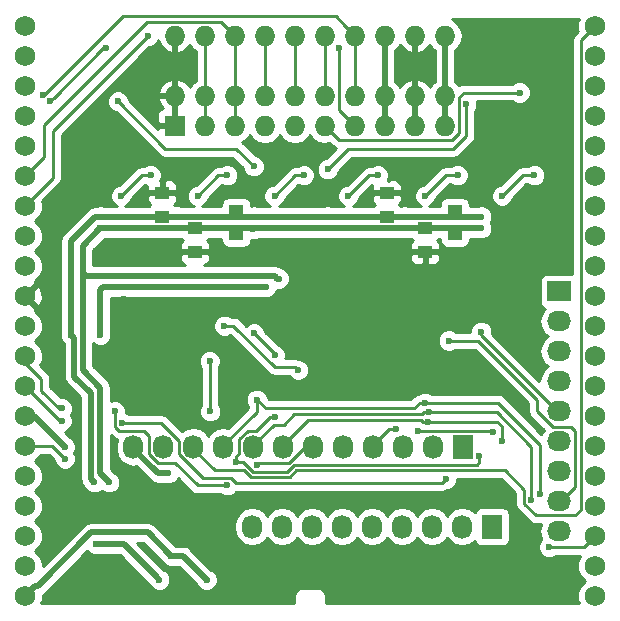
<source format=gbl>
G04 #@! TF.FileFunction,Copper,L2,Bot,Signal*
%FSLAX46Y46*%
G04 Gerber Fmt 4.6, Leading zero omitted, Abs format (unit mm)*
G04 Created by KiCad (PCBNEW 4.0.2-stable) date Tue 04 Oct 2016 01:03:20 PM CEST*
%MOMM*%
G01*
G04 APERTURE LIST*
%ADD10C,0.100000*%
%ADD11R,1.727200X2.032000*%
%ADD12O,1.727200X2.032000*%
%ADD13R,2.032000X1.727200*%
%ADD14O,2.032000X1.727200*%
%ADD15C,1.727200*%
%ADD16R,1.250000X1.000000*%
%ADD17R,1.727200X1.727200*%
%ADD18O,1.727200X1.727200*%
%ADD19C,0.600000*%
%ADD20C,0.500000*%
%ADD21C,0.250000*%
%ADD22C,0.254000*%
G04 APERTURE END LIST*
D10*
D11*
X115420000Y-118250000D03*
D12*
X112880000Y-118250000D03*
X110340000Y-118250000D03*
X107800000Y-118250000D03*
X105260000Y-118250000D03*
X102720000Y-118250000D03*
X100180000Y-118250000D03*
X97640000Y-118250000D03*
X95100000Y-118250000D03*
D13*
X121100000Y-98340000D03*
D14*
X121100000Y-100880000D03*
X121100000Y-103420000D03*
X121100000Y-105960000D03*
X121100000Y-108500000D03*
X121100000Y-111040000D03*
X121100000Y-113580000D03*
X121100000Y-116120000D03*
X121100000Y-118660000D03*
D15*
X75870000Y-75870000D03*
X75870000Y-78410000D03*
X75870000Y-80950000D03*
X75870000Y-83490000D03*
X75870000Y-86030000D03*
X75870000Y-88570000D03*
X75870000Y-91110000D03*
X75870000Y-93650000D03*
X75870000Y-96190000D03*
X75870000Y-98730000D03*
X75870000Y-101270000D03*
X75870000Y-103810000D03*
X75870000Y-106350000D03*
X75870000Y-108890000D03*
X75870000Y-111430000D03*
X75870000Y-113970000D03*
X75870000Y-116510000D03*
X75870000Y-119050000D03*
X75870000Y-121590000D03*
X75870000Y-124130000D03*
X124130000Y-124130000D03*
X124130000Y-121590000D03*
X124130000Y-119050000D03*
X124130000Y-116510000D03*
X124130000Y-113970000D03*
X124130000Y-111430000D03*
X124130000Y-108890000D03*
X124130000Y-106350000D03*
X124130000Y-103810000D03*
X124130000Y-101270000D03*
X124130000Y-98730000D03*
X124130000Y-96190000D03*
X124130000Y-93650000D03*
X124130000Y-91110000D03*
X124130000Y-88570000D03*
X124130000Y-86030000D03*
X124130000Y-83490000D03*
X124130000Y-80950000D03*
X124130000Y-78410000D03*
X124130000Y-75870000D03*
D11*
X112990000Y-111500000D03*
D12*
X110450000Y-111500000D03*
X107910000Y-111500000D03*
X105370000Y-111500000D03*
X102830000Y-111500000D03*
X100290000Y-111500000D03*
X97750000Y-111500000D03*
X95210000Y-111500000D03*
X92670000Y-111500000D03*
X90130000Y-111500000D03*
X87590000Y-111500000D03*
X85050000Y-111500000D03*
D16*
X90250000Y-93000000D03*
X90250000Y-95000000D03*
X109750000Y-93000000D03*
X109750000Y-95000000D03*
X93750000Y-93500000D03*
X93750000Y-91500000D03*
X112250000Y-93500000D03*
X112250000Y-91500000D03*
X87500000Y-90000000D03*
X87500000Y-92000000D03*
X106500000Y-90000000D03*
X106500000Y-92000000D03*
D17*
X88570000Y-84320000D03*
D18*
X88570000Y-81780000D03*
X91110000Y-84320000D03*
X91110000Y-81780000D03*
X93650000Y-84320000D03*
X93650000Y-81780000D03*
X96190000Y-84320000D03*
X96190000Y-81780000D03*
X98730000Y-84320000D03*
X98730000Y-81780000D03*
X101270000Y-84320000D03*
X101270000Y-81780000D03*
X103810000Y-84320000D03*
X103810000Y-81780000D03*
X106350000Y-84320000D03*
X106350000Y-81780000D03*
X108890000Y-84320000D03*
X108890000Y-81780000D03*
X111430000Y-84320000D03*
X111430000Y-81780000D03*
X96190000Y-76700000D03*
X98730000Y-76700000D03*
X93650000Y-76700000D03*
X108890000Y-76700000D03*
X103810000Y-76700000D03*
X106350000Y-76700000D03*
X101270000Y-76700000D03*
X111430000Y-76700000D03*
X88570000Y-76700000D03*
X91110000Y-76700000D03*
D19*
X87250000Y-122750000D03*
X81885000Y-119750000D03*
X113250000Y-79000000D03*
X84250000Y-98999996D03*
X92779457Y-104279457D03*
X116750000Y-100750000D03*
X78750000Y-98750000D03*
X117250008Y-117000000D03*
X109000000Y-116750000D03*
X101500000Y-116750000D03*
X112099990Y-104150010D03*
X97250000Y-101750000D03*
X107750000Y-95750000D03*
X119750000Y-96750000D03*
X119750000Y-104750000D03*
X114250000Y-95750000D03*
X88500000Y-95750000D03*
X91500000Y-101750000D03*
X101500000Y-95750000D03*
X95000000Y-95750000D03*
X82250000Y-82250000D03*
X89250000Y-122750000D03*
X82000000Y-95750000D03*
X80000000Y-124000000D03*
X86250000Y-116750000D03*
X79250000Y-117500000D03*
X91250000Y-120750000D03*
X105750000Y-106750000D03*
X85250000Y-107250000D03*
X110750000Y-101250000D03*
X101250000Y-104500000D03*
X102500000Y-98750000D03*
X82000000Y-104500000D03*
X117500000Y-87500000D03*
X111000000Y-87500000D03*
X104500000Y-87500000D03*
X98250000Y-87500000D03*
X91750000Y-87500000D03*
X85250000Y-87500000D03*
X91250000Y-122750000D03*
X88250000Y-120750000D03*
X97362404Y-97249980D03*
X80750000Y-99750000D03*
X83000000Y-114500000D03*
X88719998Y-93000000D03*
X95218023Y-93049373D03*
X101500000Y-93000000D03*
X108000000Y-93000000D03*
X114500000Y-93000000D03*
X82250000Y-93000000D03*
X96249994Y-98000000D03*
X81750000Y-114500000D03*
X82250000Y-102000000D03*
X79750000Y-102000000D03*
X88750000Y-92000000D03*
X95250000Y-92000000D03*
X101500000Y-92000000D03*
X108000000Y-92000000D03*
X114500000Y-92000000D03*
X82250000Y-92000000D03*
X95250000Y-87750000D03*
X83750000Y-82250000D03*
X88000000Y-113750000D03*
X79250000Y-111500000D03*
X113243621Y-82500000D03*
X101500000Y-88000000D03*
X77434297Y-81684295D03*
X102500000Y-77750000D03*
X82750000Y-77750000D03*
X77999980Y-82250000D03*
X117750000Y-81500000D03*
X86250000Y-76750000D03*
X109976226Y-109365601D03*
X116250000Y-111000000D03*
X119500000Y-115500000D03*
X95500000Y-107500000D03*
X109750000Y-107750000D03*
X118750021Y-116000000D03*
X120250000Y-120000000D03*
X110118737Y-108578385D03*
X79000000Y-108250002D03*
X83500000Y-108500000D03*
X93000000Y-114750000D03*
X95500000Y-113000000D03*
X79000000Y-109300013D03*
X84125020Y-109500174D03*
X111500000Y-114250000D03*
X114353618Y-112250000D03*
X97000000Y-109000000D03*
X93750000Y-112750000D03*
X79250000Y-112500000D03*
X115499982Y-110250000D03*
X109124998Y-110132602D03*
X99000000Y-105000000D03*
X92750000Y-101250000D03*
X97006229Y-103766014D03*
X95250000Y-101875020D03*
X91499981Y-104249963D03*
X91550018Y-108500000D03*
X114499998Y-101750000D03*
X111750000Y-102500000D03*
X105750000Y-88500000D03*
X103250000Y-90250000D03*
X99500000Y-88500000D03*
X97000000Y-90250000D03*
X93000000Y-88500000D03*
X90500000Y-90250000D03*
X86500000Y-88500000D03*
X84000000Y-90250000D03*
X119000000Y-88500000D03*
X116250000Y-90250000D03*
X112500000Y-88500000D03*
X109750000Y-90250000D03*
X107250000Y-109999992D03*
D20*
X86950001Y-122450001D02*
X87250000Y-122750000D01*
X84250000Y-119750000D02*
X86950001Y-122450001D01*
X81885000Y-119750000D02*
X84250000Y-119750000D01*
X88250000Y-120750000D02*
X89250000Y-120750000D01*
X89250000Y-120750000D02*
X91250000Y-122750000D01*
X81500000Y-118750000D02*
X86250000Y-118750000D01*
X86250000Y-118750000D02*
X88250000Y-120750000D01*
X76983599Y-123266401D02*
X81500000Y-118750000D01*
X75870000Y-124130000D02*
X76733599Y-123266401D01*
X76733599Y-123266401D02*
X76983599Y-123266401D01*
X82250000Y-113750000D02*
X82250000Y-106500000D01*
X80750000Y-96750000D02*
X81000000Y-97000000D01*
X81000000Y-97000000D02*
X97000000Y-97000000D01*
X97000000Y-97000000D02*
X97250000Y-97250000D01*
X97250000Y-97250000D02*
X97362384Y-97250000D01*
X97362384Y-97250000D02*
X97362404Y-97249980D01*
X108000000Y-93000000D02*
X109000000Y-93000000D01*
X109000000Y-93000000D02*
X112250000Y-93000000D01*
X109750000Y-93000000D02*
X109000000Y-93000000D01*
X88719998Y-93000000D02*
X91750000Y-93000000D01*
X91750000Y-93000000D02*
X93750000Y-93000000D01*
X90250000Y-93000000D02*
X91375000Y-93000000D01*
X91375000Y-93000000D02*
X91750000Y-93000000D01*
X93750000Y-93000000D02*
X95168650Y-93000000D01*
X93750000Y-93500000D02*
X93750000Y-93000000D01*
X112250000Y-93000000D02*
X114500000Y-93000000D01*
X112250000Y-93500000D02*
X112250000Y-93000000D01*
X80750000Y-97500000D02*
X80750000Y-96750000D01*
X80750000Y-96750000D02*
X80750000Y-94500000D01*
X83000000Y-114500000D02*
X82250000Y-113750000D01*
X82250000Y-106500000D02*
X80750000Y-105000000D01*
X80750000Y-105000000D02*
X80750000Y-100174264D01*
X80750000Y-100174264D02*
X80750000Y-99750000D01*
X80750000Y-99750000D02*
X80750000Y-97500000D01*
X80750000Y-94500000D02*
X82250000Y-93000000D01*
X82250000Y-93000000D02*
X88719998Y-93000000D01*
X95168650Y-93000000D02*
X95218023Y-93049373D01*
X95267396Y-93000000D02*
X95218023Y-93049373D01*
X101500000Y-93000000D02*
X95267396Y-93000000D01*
X101500000Y-93000000D02*
X108000000Y-93000000D01*
X96249994Y-98000000D02*
X82500000Y-98000000D01*
X82500000Y-98000000D02*
X82250000Y-98250000D01*
X82250000Y-98250000D02*
X82250000Y-102000000D01*
X101500000Y-92000000D02*
X107250000Y-92000000D01*
X107250000Y-92000000D02*
X108000000Y-92000000D01*
X106500000Y-92000000D02*
X107250000Y-92000000D01*
X82250000Y-92000000D02*
X88250000Y-92000000D01*
X88250000Y-92000000D02*
X88750000Y-92000000D01*
X87500000Y-92000000D02*
X88250000Y-92000000D01*
X88750000Y-92000000D02*
X93750000Y-92000000D01*
X93750000Y-91500000D02*
X93750000Y-92000000D01*
X93750000Y-92000000D02*
X95250000Y-92000000D01*
X108000000Y-92000000D02*
X112250000Y-92000000D01*
X112250000Y-92000000D02*
X114500000Y-92000000D01*
X112250000Y-91500000D02*
X112250000Y-92000000D01*
X79750000Y-102000000D02*
X80049999Y-102299999D01*
X80049999Y-102299999D02*
X80049999Y-105549999D01*
X80049999Y-105549999D02*
X81450001Y-106950001D01*
X81450001Y-106950001D02*
X81450001Y-114200001D01*
X81450001Y-114200001D02*
X81750000Y-114500000D01*
X79750000Y-94075736D02*
X79750000Y-102000000D01*
X82250000Y-92000000D02*
X81825736Y-92000000D01*
X81825736Y-92000000D02*
X79750000Y-94075736D01*
X101500000Y-92000000D02*
X95250000Y-92000000D01*
D21*
X87750000Y-86250000D02*
X93750000Y-86250000D01*
X93750000Y-86250000D02*
X95250000Y-87750000D01*
X83750000Y-82250000D02*
X87750000Y-86250000D01*
D20*
X85050000Y-111500000D02*
X85050000Y-111652400D01*
X87575736Y-113750000D02*
X88000000Y-113750000D01*
X87147600Y-113750000D02*
X87575736Y-113750000D01*
X85050000Y-111652400D02*
X87147600Y-113750000D01*
X75870000Y-108890000D02*
X76640000Y-108890000D01*
X76640000Y-108890000D02*
X79250000Y-111500000D01*
D21*
X103250000Y-86250000D02*
X112136411Y-86250000D01*
X101500000Y-88000000D02*
X103250000Y-86250000D01*
X113243621Y-82924264D02*
X113243621Y-82500000D01*
X112136411Y-86250000D02*
X113243621Y-85142790D01*
X113243621Y-85142790D02*
X113243621Y-82924264D01*
D20*
X111430000Y-84320000D02*
X111430000Y-81780000D01*
X111430000Y-76700000D02*
X111430000Y-81780000D01*
X106350000Y-81780000D02*
X106350000Y-84320000D01*
X106350000Y-76700000D02*
X106350000Y-81780000D01*
D21*
X77434297Y-81684295D02*
X77434297Y-81684297D01*
X77434297Y-81684297D02*
X77500000Y-81750000D01*
X77500000Y-81750000D02*
X84188612Y-75061388D01*
X84188612Y-75061388D02*
X102171388Y-75061388D01*
X102171388Y-75061388D02*
X102946401Y-75836401D01*
X102946401Y-75836401D02*
X103810000Y-76700000D01*
X103810000Y-81780000D02*
X103810000Y-76700000D01*
X102500000Y-77750000D02*
X102500000Y-83010000D01*
X102500000Y-83010000D02*
X103810000Y-84320000D01*
X82750000Y-77750000D02*
X82499980Y-77750000D01*
X82499980Y-77750000D02*
X78299979Y-81950001D01*
X78299979Y-81950001D02*
X77999980Y-82250000D01*
X101270000Y-76700000D02*
X101270000Y-81780000D01*
X112618601Y-81881399D02*
X113000000Y-81500000D01*
X113000000Y-81500000D02*
X117750000Y-81500000D01*
X112618601Y-84890529D02*
X112618601Y-81881399D01*
X101270000Y-84320000D02*
X102458601Y-85508601D01*
X102458601Y-85508601D02*
X112000529Y-85508601D01*
X112000529Y-85508601D02*
X112618601Y-84890529D01*
X98730000Y-76700000D02*
X98730000Y-81780000D01*
X96190000Y-76700000D02*
X96190000Y-81780000D01*
X93650000Y-81780000D02*
X93650000Y-84320000D01*
X93650000Y-76700000D02*
X93650000Y-81780000D01*
X75870000Y-88570000D02*
X77500000Y-86940000D01*
X77500000Y-86940000D02*
X77500000Y-84250000D01*
X77500000Y-84250000D02*
X86238601Y-75511399D01*
X86238601Y-75511399D02*
X92461399Y-75511399D01*
X92461399Y-75511399D02*
X92786401Y-75836401D01*
X92786401Y-75836401D02*
X93650000Y-76700000D01*
X86250000Y-76750000D02*
X78250000Y-84750000D01*
X78250000Y-84750000D02*
X78250000Y-88730000D01*
X78250000Y-88730000D02*
X75870000Y-91110000D01*
X91110000Y-84320000D02*
X91110000Y-83098686D01*
X91110000Y-83098686D02*
X91110000Y-81780000D01*
X91110000Y-81780000D02*
X91110000Y-76700000D01*
X109436361Y-109250000D02*
X109551962Y-109365601D01*
X97750000Y-111500000D02*
X97750000Y-111347600D01*
X97750000Y-111347600D02*
X99847600Y-109250000D01*
X110400490Y-109365601D02*
X109976226Y-109365601D01*
X109551962Y-109365601D02*
X109976226Y-109365601D01*
X116250000Y-109750000D02*
X115865601Y-109365601D01*
X116250000Y-111000000D02*
X116250000Y-109750000D01*
X99847600Y-109250000D02*
X109436361Y-109250000D01*
X115865601Y-109365601D02*
X110400490Y-109365601D01*
X119500000Y-115075736D02*
X119500000Y-115500000D01*
X119500000Y-111363590D02*
X119500000Y-115075736D01*
X115886410Y-107750000D02*
X119500000Y-111363590D01*
X109750000Y-107750000D02*
X115886410Y-107750000D01*
X92670000Y-111500000D02*
X92670000Y-111347600D01*
X92670000Y-111347600D02*
X95500000Y-108517600D01*
X95500000Y-108517600D02*
X95500000Y-107924264D01*
X95500000Y-107924264D02*
X95500000Y-107500000D01*
X98250000Y-108250000D02*
X96250000Y-108250000D01*
X96250000Y-108250000D02*
X95500000Y-107500000D01*
X108825736Y-108250000D02*
X98250000Y-108250000D01*
X109750000Y-107750000D02*
X109325736Y-107750000D01*
X109325736Y-107750000D02*
X108825736Y-108250000D01*
X118750021Y-115575736D02*
X118750021Y-116000000D01*
X118750021Y-111500021D02*
X118750021Y-115575736D01*
X115828385Y-108578385D02*
X118750021Y-111500021D01*
X110118737Y-108578385D02*
X115828385Y-108578385D01*
X120250000Y-120000000D02*
X123180000Y-120000000D01*
X123180000Y-120000000D02*
X124130000Y-119050000D01*
X97800002Y-109625002D02*
X98675004Y-108750000D01*
X109690300Y-108578385D02*
X109694473Y-108578385D01*
X109694473Y-108578385D02*
X110118737Y-108578385D01*
X109518685Y-108750000D02*
X109690300Y-108578385D01*
X96932598Y-109625002D02*
X97800002Y-109625002D01*
X95210000Y-111347600D02*
X96932598Y-109625002D01*
X98675004Y-108750000D02*
X109518685Y-108750000D01*
X95210000Y-111500000D02*
X95210000Y-111347600D01*
X75870000Y-103810000D02*
X75870000Y-104370000D01*
X75870000Y-104370000D02*
X77250000Y-105750000D01*
X77250000Y-105750000D02*
X77250000Y-106750000D01*
X77250000Y-106750000D02*
X78750002Y-108250002D01*
X78750002Y-108250002D02*
X79000000Y-108250002D01*
X83841010Y-110158990D02*
X83500000Y-109817980D01*
X83500000Y-109817980D02*
X83500000Y-108500000D01*
X86401390Y-110598610D02*
X85961770Y-110158990D01*
X85961770Y-110158990D02*
X83841010Y-110158990D01*
X90500000Y-114750000D02*
X88591010Y-112841010D01*
X88591010Y-112841010D02*
X87097662Y-112841010D01*
X87097662Y-112841010D02*
X86401390Y-112144738D01*
X86401390Y-112144738D02*
X86401390Y-110598610D01*
X92575736Y-114750000D02*
X90500000Y-114750000D01*
X93000000Y-114750000D02*
X92575736Y-114750000D01*
X100290000Y-111500000D02*
X99583348Y-111500000D01*
X99583348Y-111500000D02*
X98242338Y-112841010D01*
X98242338Y-112841010D02*
X95658990Y-112841010D01*
X95658990Y-112841010D02*
X95500000Y-113000000D01*
X75870000Y-106350000D02*
X78820013Y-109300013D01*
X78820013Y-109300013D02*
X79000000Y-109300013D01*
X84549284Y-109500174D02*
X84125020Y-109500174D01*
X88941390Y-112144738D02*
X88941390Y-111018042D01*
X88941390Y-111018042D02*
X87423522Y-109500174D01*
X90921651Y-114124999D02*
X88941390Y-112144738D01*
X93300001Y-114124999D02*
X90921651Y-114124999D01*
X93725001Y-114549999D02*
X93300001Y-114124999D01*
X111500000Y-114250000D02*
X111200001Y-114549999D01*
X111200001Y-114549999D02*
X93725001Y-114549999D01*
X87423522Y-109500174D02*
X84549284Y-109500174D01*
X98094757Y-113625002D02*
X98669760Y-113049999D01*
X95199998Y-113625002D02*
X98094757Y-113625002D01*
X114353618Y-112674264D02*
X114353618Y-112250000D01*
X114353618Y-112820650D02*
X114353618Y-112674264D01*
X93750000Y-112750000D02*
X94324996Y-112750000D01*
X94324996Y-112750000D02*
X95199998Y-113625002D01*
X114124269Y-113049999D02*
X114353618Y-112820650D01*
X98669760Y-113049999D02*
X114124269Y-113049999D01*
X94717662Y-110158990D02*
X95416746Y-110158990D01*
X94021390Y-110855262D02*
X94717662Y-110158990D01*
X94021390Y-112054346D02*
X94021390Y-110855262D01*
X93750000Y-112325736D02*
X94021390Y-112054346D01*
X93750000Y-112750000D02*
X93750000Y-112325736D01*
X95416746Y-110158990D02*
X96575736Y-109000000D01*
X96575736Y-109000000D02*
X97000000Y-109000000D01*
X75870000Y-111430000D02*
X78180000Y-111430000D01*
X78180000Y-111430000D02*
X79250000Y-112500000D01*
X109124998Y-110132602D02*
X115382584Y-110132602D01*
X115382584Y-110132602D02*
X115499982Y-110250000D01*
X116500010Y-113500010D02*
X98856160Y-113500010D01*
X124130000Y-75870000D02*
X122941399Y-77058601D01*
X90130000Y-111652400D02*
X90130000Y-111500000D01*
X95013598Y-114075013D02*
X94438585Y-113500000D01*
X118125001Y-115125001D02*
X116500010Y-113500010D01*
X118125001Y-116300001D02*
X118125001Y-115125001D01*
X119133610Y-117308610D02*
X118125001Y-116300001D01*
X122441390Y-117308610D02*
X119133610Y-117308610D01*
X122941399Y-116808601D02*
X122441390Y-117308610D01*
X122941399Y-77058601D02*
X122941399Y-116808601D01*
X98281157Y-114075013D02*
X95013598Y-114075013D01*
X91977600Y-113500000D02*
X90130000Y-111652400D01*
X98856160Y-113500010D02*
X98281157Y-114075013D01*
X94438585Y-113500000D02*
X91977600Y-113500000D01*
X99000000Y-105000000D02*
X98750000Y-104750000D01*
X98750000Y-104750000D02*
X97000000Y-104750000D01*
X97000000Y-104750000D02*
X93500000Y-101250000D01*
X93500000Y-101250000D02*
X92750000Y-101250000D01*
X95250000Y-101875020D02*
X97006229Y-103631249D01*
X97006229Y-103631249D02*
X97006229Y-103766014D01*
X91550018Y-104300000D02*
X91499981Y-104249963D01*
X91550018Y-108500000D02*
X91550018Y-104300000D01*
X121100000Y-108500000D02*
X120947600Y-108500000D01*
X120947600Y-108500000D02*
X114500000Y-102052400D01*
X114500000Y-102052400D02*
X114500000Y-101750000D01*
X114500000Y-101750000D02*
X114499998Y-101750000D01*
X122101390Y-109851390D02*
X122441010Y-110191010D01*
X122441010Y-110191010D02*
X122441010Y-114931390D01*
X122441010Y-114931390D02*
X121252400Y-116120000D01*
X121252400Y-116120000D02*
X121100000Y-116120000D01*
X119250000Y-107500000D02*
X119250000Y-108483348D01*
X119250000Y-108483348D02*
X120618042Y-109851390D01*
X120618042Y-109851390D02*
X122101390Y-109851390D01*
X114250000Y-102500000D02*
X119250000Y-107500000D01*
X111750000Y-102500000D02*
X114250000Y-102500000D01*
X103250000Y-90250000D02*
X105000000Y-88500000D01*
X105000000Y-88500000D02*
X105750000Y-88500000D01*
X97000000Y-90250000D02*
X98750000Y-88500000D01*
X98750000Y-88500000D02*
X99500000Y-88500000D01*
X90500000Y-90250000D02*
X92250000Y-88500000D01*
X92250000Y-88500000D02*
X93000000Y-88500000D01*
X84000000Y-90250000D02*
X85750000Y-88500000D01*
X85750000Y-88500000D02*
X86500000Y-88500000D01*
X116250000Y-90250000D02*
X118000000Y-88500000D01*
X118000000Y-88500000D02*
X119000000Y-88500000D01*
X109750000Y-90250000D02*
X111500000Y-88500000D01*
X111500000Y-88500000D02*
X112500000Y-88500000D01*
X106717608Y-109999992D02*
X107250000Y-109999992D01*
X105370000Y-111347600D02*
X106717608Y-109999992D01*
X105370000Y-111500000D02*
X105370000Y-111347600D01*
D22*
G36*
X122631661Y-75570602D02*
X122631141Y-76166782D01*
X122668354Y-76256844D01*
X122403998Y-76521200D01*
X122239251Y-76767762D01*
X122181399Y-77058601D01*
X122181399Y-96842204D01*
X122116000Y-96828960D01*
X120084000Y-96828960D01*
X119848683Y-96873238D01*
X119632559Y-97012310D01*
X119487569Y-97224510D01*
X119436560Y-97476400D01*
X119436560Y-99203600D01*
X119480838Y-99438917D01*
X119619910Y-99655041D01*
X119832110Y-99800031D01*
X119873439Y-99808400D01*
X119855585Y-99820330D01*
X119530729Y-100306511D01*
X119416655Y-100880000D01*
X119530729Y-101453489D01*
X119855585Y-101939670D01*
X120170366Y-102150000D01*
X119855585Y-102360330D01*
X119530729Y-102846511D01*
X119416655Y-103420000D01*
X119530729Y-103993489D01*
X119855585Y-104479670D01*
X120170366Y-104690000D01*
X119855585Y-104900330D01*
X119530729Y-105386511D01*
X119427563Y-105905161D01*
X115434857Y-101912455D01*
X115435160Y-101564833D01*
X115293115Y-101221057D01*
X115030325Y-100957808D01*
X114686797Y-100815162D01*
X114314831Y-100814838D01*
X113971055Y-100956883D01*
X113707806Y-101219673D01*
X113565160Y-101563201D01*
X113565006Y-101740000D01*
X112312463Y-101740000D01*
X112280327Y-101707808D01*
X111936799Y-101565162D01*
X111564833Y-101564838D01*
X111221057Y-101706883D01*
X110957808Y-101969673D01*
X110815162Y-102313201D01*
X110814838Y-102685167D01*
X110956883Y-103028943D01*
X111219673Y-103292192D01*
X111563201Y-103434838D01*
X111935167Y-103435162D01*
X112278943Y-103293117D01*
X112312118Y-103260000D01*
X113935198Y-103260000D01*
X118490000Y-107814802D01*
X118490000Y-108483348D01*
X118547852Y-108774187D01*
X118712599Y-109020749D01*
X119782123Y-110090273D01*
X119589607Y-110378395D01*
X116423811Y-107212599D01*
X116177249Y-107047852D01*
X115886410Y-106990000D01*
X110312463Y-106990000D01*
X110280327Y-106957808D01*
X109936799Y-106815162D01*
X109564833Y-106814838D01*
X109221057Y-106956883D01*
X109153578Y-107024245D01*
X109034897Y-107047852D01*
X108788335Y-107212599D01*
X108510934Y-107490000D01*
X96564802Y-107490000D01*
X96435122Y-107360320D01*
X96435162Y-107314833D01*
X96293117Y-106971057D01*
X96030327Y-106707808D01*
X95686799Y-106565162D01*
X95314833Y-106564838D01*
X94971057Y-106706883D01*
X94707808Y-106969673D01*
X94565162Y-107313201D01*
X94564838Y-107685167D01*
X94706883Y-108028943D01*
X94740000Y-108062118D01*
X94740000Y-108202798D01*
X93050464Y-109892334D01*
X92670000Y-109816655D01*
X92096511Y-109930729D01*
X91610330Y-110255585D01*
X91400000Y-110570366D01*
X91189670Y-110255585D01*
X90703489Y-109930729D01*
X90130000Y-109816655D01*
X89556511Y-109930729D01*
X89180273Y-110182123D01*
X87960923Y-108962773D01*
X87714361Y-108798026D01*
X87423522Y-108740174D01*
X84687483Y-108740174D01*
X84655347Y-108707982D01*
X84434899Y-108616444D01*
X84435162Y-108314833D01*
X84293117Y-107971057D01*
X84030327Y-107707808D01*
X83686799Y-107565162D01*
X83314833Y-107564838D01*
X83135000Y-107639143D01*
X83135000Y-106500000D01*
X83067633Y-106161325D01*
X82875790Y-105874210D01*
X82875787Y-105874208D01*
X81635000Y-104633420D01*
X81635000Y-104435130D01*
X90564819Y-104435130D01*
X90706864Y-104778906D01*
X90790018Y-104862205D01*
X90790018Y-107937537D01*
X90757826Y-107969673D01*
X90615180Y-108313201D01*
X90614856Y-108685167D01*
X90756901Y-109028943D01*
X91019691Y-109292192D01*
X91363219Y-109434838D01*
X91735185Y-109435162D01*
X92078961Y-109293117D01*
X92342210Y-109030327D01*
X92484856Y-108686799D01*
X92485180Y-108314833D01*
X92343135Y-107971057D01*
X92310018Y-107937882D01*
X92310018Y-104737315D01*
X92434819Y-104436762D01*
X92435143Y-104064796D01*
X92293098Y-103721020D01*
X92030308Y-103457771D01*
X91686780Y-103315125D01*
X91314814Y-103314801D01*
X90971038Y-103456846D01*
X90707789Y-103719636D01*
X90565143Y-104063164D01*
X90564819Y-104435130D01*
X81635000Y-104435130D01*
X81635000Y-102707371D01*
X81719673Y-102792192D01*
X82063201Y-102934838D01*
X82435167Y-102935162D01*
X82778943Y-102793117D01*
X83042192Y-102530327D01*
X83184838Y-102186799D01*
X83185162Y-101814833D01*
X83135000Y-101693431D01*
X83135000Y-101435167D01*
X91814838Y-101435167D01*
X91956883Y-101778943D01*
X92219673Y-102042192D01*
X92563201Y-102184838D01*
X92935167Y-102185162D01*
X93236041Y-102060843D01*
X96462599Y-105287401D01*
X96709160Y-105452148D01*
X96744417Y-105459161D01*
X97000000Y-105510000D01*
X98199056Y-105510000D01*
X98206883Y-105528943D01*
X98469673Y-105792192D01*
X98813201Y-105934838D01*
X99185167Y-105935162D01*
X99528943Y-105793117D01*
X99792192Y-105530327D01*
X99934838Y-105186799D01*
X99935162Y-104814833D01*
X99793117Y-104471057D01*
X99530327Y-104207808D01*
X99186799Y-104065162D01*
X99066589Y-104065057D01*
X99040839Y-104047852D01*
X98750000Y-103990000D01*
X97925626Y-103990000D01*
X97941067Y-103952813D01*
X97941391Y-103580847D01*
X97799346Y-103237071D01*
X97536556Y-102973822D01*
X97343397Y-102893615D01*
X96185122Y-101735340D01*
X96185162Y-101689853D01*
X96043117Y-101346077D01*
X95780327Y-101082828D01*
X95436799Y-100940182D01*
X95064833Y-100939858D01*
X94721057Y-101081903D01*
X94563744Y-101238942D01*
X94037401Y-100712599D01*
X93790839Y-100547852D01*
X93500000Y-100490000D01*
X93312463Y-100490000D01*
X93280327Y-100457808D01*
X92936799Y-100315162D01*
X92564833Y-100314838D01*
X92221057Y-100456883D01*
X91957808Y-100719673D01*
X91815162Y-101063201D01*
X91814838Y-101435167D01*
X83135000Y-101435167D01*
X83135000Y-98885000D01*
X95943172Y-98885000D01*
X96063195Y-98934838D01*
X96435161Y-98935162D01*
X96778937Y-98793117D01*
X97042186Y-98530327D01*
X97184832Y-98186799D01*
X97184834Y-98184826D01*
X97547571Y-98185142D01*
X97891347Y-98043097D01*
X98154596Y-97780307D01*
X98297242Y-97436779D01*
X98297566Y-97064813D01*
X98155521Y-96721037D01*
X97892731Y-96457788D01*
X97549203Y-96315142D01*
X97537372Y-96315132D01*
X97536903Y-96314818D01*
X97338675Y-96182367D01*
X97282484Y-96171190D01*
X97000000Y-96114999D01*
X96999995Y-96115000D01*
X91049594Y-96115000D01*
X91234699Y-96038327D01*
X91413327Y-95859698D01*
X91510000Y-95626309D01*
X91510000Y-95285750D01*
X108490000Y-95285750D01*
X108490000Y-95626309D01*
X108586673Y-95859698D01*
X108765301Y-96038327D01*
X108998690Y-96135000D01*
X109464250Y-96135000D01*
X109623000Y-95976250D01*
X109623000Y-95127000D01*
X109877000Y-95127000D01*
X109877000Y-95976250D01*
X110035750Y-96135000D01*
X110501310Y-96135000D01*
X110734699Y-96038327D01*
X110913327Y-95859698D01*
X111010000Y-95626309D01*
X111010000Y-95285750D01*
X110851250Y-95127000D01*
X109877000Y-95127000D01*
X109623000Y-95127000D01*
X108648750Y-95127000D01*
X108490000Y-95285750D01*
X91510000Y-95285750D01*
X91351250Y-95127000D01*
X90377000Y-95127000D01*
X90377000Y-95147000D01*
X90123000Y-95147000D01*
X90123000Y-95127000D01*
X89148750Y-95127000D01*
X88990000Y-95285750D01*
X88990000Y-95626309D01*
X89086673Y-95859698D01*
X89265301Y-96038327D01*
X89450406Y-96115000D01*
X81635000Y-96115000D01*
X81635000Y-94866580D01*
X82616579Y-93885000D01*
X88413176Y-93885000D01*
X88533199Y-93934838D01*
X88905165Y-93935162D01*
X89026567Y-93885000D01*
X89118156Y-93885000D01*
X89160910Y-93951441D01*
X89229006Y-93997969D01*
X89086673Y-94140302D01*
X88990000Y-94373691D01*
X88990000Y-94714250D01*
X89148750Y-94873000D01*
X90123000Y-94873000D01*
X90123000Y-94853000D01*
X90377000Y-94853000D01*
X90377000Y-94873000D01*
X91351250Y-94873000D01*
X91510000Y-94714250D01*
X91510000Y-94373691D01*
X91413327Y-94140302D01*
X91272090Y-93999064D01*
X91326441Y-93964090D01*
X91380481Y-93885000D01*
X92477560Y-93885000D01*
X92477560Y-94000000D01*
X92521838Y-94235317D01*
X92660910Y-94451441D01*
X92873110Y-94596431D01*
X93125000Y-94647440D01*
X94375000Y-94647440D01*
X94610317Y-94603162D01*
X94826441Y-94464090D01*
X94971431Y-94251890D01*
X95022440Y-94000000D01*
X95022440Y-93980564D01*
X95031224Y-93984211D01*
X95403190Y-93984535D01*
X95644084Y-93885000D01*
X101193178Y-93885000D01*
X101313201Y-93934838D01*
X101685167Y-93935162D01*
X101806569Y-93885000D01*
X107693178Y-93885000D01*
X107813201Y-93934838D01*
X108185167Y-93935162D01*
X108306569Y-93885000D01*
X108618156Y-93885000D01*
X108660910Y-93951441D01*
X108729006Y-93997969D01*
X108586673Y-94140302D01*
X108490000Y-94373691D01*
X108490000Y-94714250D01*
X108648750Y-94873000D01*
X109623000Y-94873000D01*
X109623000Y-94853000D01*
X109877000Y-94853000D01*
X109877000Y-94873000D01*
X110851250Y-94873000D01*
X111010000Y-94714250D01*
X111010000Y-94373691D01*
X110913327Y-94140302D01*
X110772090Y-93999064D01*
X110826441Y-93964090D01*
X110880481Y-93885000D01*
X110977560Y-93885000D01*
X110977560Y-94000000D01*
X111021838Y-94235317D01*
X111160910Y-94451441D01*
X111373110Y-94596431D01*
X111625000Y-94647440D01*
X112875000Y-94647440D01*
X113110317Y-94603162D01*
X113326441Y-94464090D01*
X113471431Y-94251890D01*
X113522440Y-94000000D01*
X113522440Y-93885000D01*
X114193178Y-93885000D01*
X114313201Y-93934838D01*
X114685167Y-93935162D01*
X115028943Y-93793117D01*
X115292192Y-93530327D01*
X115434838Y-93186799D01*
X115435162Y-92814833D01*
X115304931Y-92499649D01*
X115434838Y-92186799D01*
X115435162Y-91814833D01*
X115293117Y-91471057D01*
X115030327Y-91207808D01*
X114686799Y-91065162D01*
X114314833Y-91064838D01*
X114193431Y-91115000D01*
X113522440Y-91115000D01*
X113522440Y-91000000D01*
X113478162Y-90764683D01*
X113339090Y-90548559D01*
X113173136Y-90435167D01*
X115314838Y-90435167D01*
X115456883Y-90778943D01*
X115719673Y-91042192D01*
X116063201Y-91184838D01*
X116435167Y-91185162D01*
X116778943Y-91043117D01*
X117042192Y-90780327D01*
X117184838Y-90436799D01*
X117184879Y-90389923D01*
X118314802Y-89260000D01*
X118437537Y-89260000D01*
X118469673Y-89292192D01*
X118813201Y-89434838D01*
X119185167Y-89435162D01*
X119528943Y-89293117D01*
X119792192Y-89030327D01*
X119934838Y-88686799D01*
X119935162Y-88314833D01*
X119793117Y-87971057D01*
X119530327Y-87707808D01*
X119186799Y-87565162D01*
X118814833Y-87564838D01*
X118471057Y-87706883D01*
X118437882Y-87740000D01*
X118000000Y-87740000D01*
X117709161Y-87797852D01*
X117462599Y-87962599D01*
X116110320Y-89314878D01*
X116064833Y-89314838D01*
X115721057Y-89456883D01*
X115457808Y-89719673D01*
X115315162Y-90063201D01*
X115314838Y-90435167D01*
X113173136Y-90435167D01*
X113126890Y-90403569D01*
X112875000Y-90352560D01*
X111625000Y-90352560D01*
X111389683Y-90396838D01*
X111173559Y-90535910D01*
X111028569Y-90748110D01*
X110977560Y-91000000D01*
X110977560Y-91115000D01*
X110104972Y-91115000D01*
X110278943Y-91043117D01*
X110542192Y-90780327D01*
X110684838Y-90436799D01*
X110684879Y-90389923D01*
X111814802Y-89260000D01*
X111937537Y-89260000D01*
X111969673Y-89292192D01*
X112313201Y-89434838D01*
X112685167Y-89435162D01*
X113028943Y-89293117D01*
X113292192Y-89030327D01*
X113434838Y-88686799D01*
X113435162Y-88314833D01*
X113293117Y-87971057D01*
X113030327Y-87707808D01*
X112686799Y-87565162D01*
X112314833Y-87564838D01*
X111971057Y-87706883D01*
X111937882Y-87740000D01*
X111500000Y-87740000D01*
X111209161Y-87797852D01*
X110962599Y-87962599D01*
X109610320Y-89314878D01*
X109564833Y-89314838D01*
X109221057Y-89456883D01*
X108957808Y-89719673D01*
X108815162Y-90063201D01*
X108814838Y-90435167D01*
X108956883Y-90778943D01*
X109219673Y-91042192D01*
X109395013Y-91115000D01*
X108306822Y-91115000D01*
X108186799Y-91065162D01*
X107814833Y-91064838D01*
X107693431Y-91115000D01*
X107631844Y-91115000D01*
X107589090Y-91048559D01*
X107520994Y-91002031D01*
X107663327Y-90859698D01*
X107760000Y-90626309D01*
X107760000Y-90285750D01*
X107601250Y-90127000D01*
X106627000Y-90127000D01*
X106627000Y-90147000D01*
X106373000Y-90147000D01*
X106373000Y-90127000D01*
X105398750Y-90127000D01*
X105240000Y-90285750D01*
X105240000Y-90626309D01*
X105336673Y-90859698D01*
X105477910Y-91000936D01*
X105423559Y-91035910D01*
X105369519Y-91115000D01*
X103604972Y-91115000D01*
X103778943Y-91043117D01*
X104042192Y-90780327D01*
X104184838Y-90436799D01*
X104184879Y-90389923D01*
X105264144Y-89310658D01*
X105265821Y-89311354D01*
X105240000Y-89373691D01*
X105240000Y-89714250D01*
X105398750Y-89873000D01*
X106373000Y-89873000D01*
X106373000Y-89853000D01*
X106627000Y-89853000D01*
X106627000Y-89873000D01*
X107601250Y-89873000D01*
X107760000Y-89714250D01*
X107760000Y-89373691D01*
X107663327Y-89140302D01*
X107484699Y-88961673D01*
X107251310Y-88865000D01*
X106785750Y-88865000D01*
X106627002Y-89023748D01*
X106627002Y-88865000D01*
X106610842Y-88865000D01*
X106684838Y-88686799D01*
X106685162Y-88314833D01*
X106543117Y-87971057D01*
X106280327Y-87707808D01*
X105936799Y-87565162D01*
X105564833Y-87564838D01*
X105221057Y-87706883D01*
X105187882Y-87740000D01*
X105000000Y-87740000D01*
X104709161Y-87797852D01*
X104462599Y-87962599D01*
X103110320Y-89314878D01*
X103064833Y-89314838D01*
X102721057Y-89456883D01*
X102457808Y-89719673D01*
X102315162Y-90063201D01*
X102314838Y-90435167D01*
X102456883Y-90778943D01*
X102719673Y-91042192D01*
X102895013Y-91115000D01*
X101806822Y-91115000D01*
X101686799Y-91065162D01*
X101314833Y-91064838D01*
X101193431Y-91115000D01*
X97354972Y-91115000D01*
X97528943Y-91043117D01*
X97792192Y-90780327D01*
X97934838Y-90436799D01*
X97934879Y-90389923D01*
X99014144Y-89310658D01*
X99313201Y-89434838D01*
X99685167Y-89435162D01*
X100028943Y-89293117D01*
X100292192Y-89030327D01*
X100434838Y-88686799D01*
X100435162Y-88314833D01*
X100293117Y-87971057D01*
X100030327Y-87707808D01*
X99686799Y-87565162D01*
X99314833Y-87564838D01*
X98971057Y-87706883D01*
X98937882Y-87740000D01*
X98750000Y-87740000D01*
X98459161Y-87797852D01*
X98212599Y-87962599D01*
X96860320Y-89314878D01*
X96814833Y-89314838D01*
X96471057Y-89456883D01*
X96207808Y-89719673D01*
X96065162Y-90063201D01*
X96064838Y-90435167D01*
X96206883Y-90778943D01*
X96469673Y-91042192D01*
X96645013Y-91115000D01*
X95556822Y-91115000D01*
X95436799Y-91065162D01*
X95064833Y-91064838D01*
X95022440Y-91082354D01*
X95022440Y-91000000D01*
X94978162Y-90764683D01*
X94839090Y-90548559D01*
X94626890Y-90403569D01*
X94375000Y-90352560D01*
X93125000Y-90352560D01*
X92889683Y-90396838D01*
X92673559Y-90535910D01*
X92528569Y-90748110D01*
X92477560Y-91000000D01*
X92477560Y-91115000D01*
X90854972Y-91115000D01*
X91028943Y-91043117D01*
X91292192Y-90780327D01*
X91434838Y-90436799D01*
X91434879Y-90389923D01*
X92514144Y-89310658D01*
X92813201Y-89434838D01*
X93185167Y-89435162D01*
X93528943Y-89293117D01*
X93792192Y-89030327D01*
X93934838Y-88686799D01*
X93935162Y-88314833D01*
X93793117Y-87971057D01*
X93530327Y-87707808D01*
X93186799Y-87565162D01*
X92814833Y-87564838D01*
X92471057Y-87706883D01*
X92437882Y-87740000D01*
X92250000Y-87740000D01*
X91959161Y-87797852D01*
X91712599Y-87962599D01*
X90360320Y-89314878D01*
X90314833Y-89314838D01*
X89971057Y-89456883D01*
X89707808Y-89719673D01*
X89565162Y-90063201D01*
X89564838Y-90435167D01*
X89706883Y-90778943D01*
X89969673Y-91042192D01*
X90145013Y-91115000D01*
X89056822Y-91115000D01*
X88936799Y-91065162D01*
X88599585Y-91064868D01*
X88589090Y-91048559D01*
X88520994Y-91002031D01*
X88663327Y-90859698D01*
X88760000Y-90626309D01*
X88760000Y-90285750D01*
X88601250Y-90127000D01*
X87627000Y-90127000D01*
X87627000Y-90147000D01*
X87373000Y-90147000D01*
X87373000Y-90127000D01*
X86398750Y-90127000D01*
X86240000Y-90285750D01*
X86240000Y-90626309D01*
X86336673Y-90859698D01*
X86477910Y-91000936D01*
X86423559Y-91035910D01*
X86369519Y-91115000D01*
X84354972Y-91115000D01*
X84528943Y-91043117D01*
X84792192Y-90780327D01*
X84934838Y-90436799D01*
X84934879Y-90389923D01*
X86014144Y-89310658D01*
X86240000Y-89404442D01*
X86240000Y-89714250D01*
X86398750Y-89873000D01*
X87373000Y-89873000D01*
X87373000Y-89023750D01*
X87627000Y-89023750D01*
X87627000Y-89873000D01*
X88601250Y-89873000D01*
X88760000Y-89714250D01*
X88760000Y-89373691D01*
X88663327Y-89140302D01*
X88484699Y-88961673D01*
X88251310Y-88865000D01*
X87785750Y-88865000D01*
X87627000Y-89023750D01*
X87373000Y-89023750D01*
X87317831Y-88968581D01*
X87434838Y-88686799D01*
X87435162Y-88314833D01*
X87293117Y-87971057D01*
X87030327Y-87707808D01*
X86686799Y-87565162D01*
X86314833Y-87564838D01*
X85971057Y-87706883D01*
X85937882Y-87740000D01*
X85750000Y-87740000D01*
X85459161Y-87797852D01*
X85212599Y-87962599D01*
X83860320Y-89314878D01*
X83814833Y-89314838D01*
X83471057Y-89456883D01*
X83207808Y-89719673D01*
X83065162Y-90063201D01*
X83064838Y-90435167D01*
X83206883Y-90778943D01*
X83469673Y-91042192D01*
X83645013Y-91115000D01*
X82556822Y-91115000D01*
X82436799Y-91065162D01*
X82064833Y-91064838D01*
X81943431Y-91115000D01*
X81825741Y-91115000D01*
X81825736Y-91114999D01*
X81543252Y-91171190D01*
X81487061Y-91182367D01*
X81199946Y-91374210D01*
X81199944Y-91374213D01*
X79124210Y-93449946D01*
X78932367Y-93737061D01*
X78932367Y-93737062D01*
X78864999Y-94075736D01*
X78865000Y-94075741D01*
X78865000Y-101693178D01*
X78815162Y-101813201D01*
X78814838Y-102185167D01*
X78956883Y-102528943D01*
X79164999Y-102737423D01*
X79164999Y-105549994D01*
X79164998Y-105549999D01*
X79195263Y-105702148D01*
X79232366Y-105888674D01*
X79395196Y-106132368D01*
X79424209Y-106175789D01*
X80565001Y-107316580D01*
X80565001Y-114199996D01*
X80565000Y-114200001D01*
X80601800Y-114385002D01*
X80632368Y-114538676D01*
X80791718Y-114777161D01*
X80824211Y-114825791D01*
X80907256Y-114908835D01*
X80956883Y-115028943D01*
X81219673Y-115292192D01*
X81563201Y-115434838D01*
X81935167Y-115435162D01*
X82278943Y-115293117D01*
X82374937Y-115197290D01*
X82469673Y-115292192D01*
X82813201Y-115434838D01*
X83185167Y-115435162D01*
X83528943Y-115293117D01*
X83792192Y-115030327D01*
X83934838Y-114686799D01*
X83935162Y-114314833D01*
X83793117Y-113971057D01*
X83530327Y-113707808D01*
X83409013Y-113657434D01*
X83135000Y-113383420D01*
X83135000Y-110527782D01*
X83303609Y-110696391D01*
X83550171Y-110861138D01*
X83638245Y-110878657D01*
X83551400Y-111315255D01*
X83551400Y-111684745D01*
X83665474Y-112258234D01*
X83990330Y-112744415D01*
X84476511Y-113069271D01*
X85050000Y-113183345D01*
X85283016Y-113136995D01*
X86521808Y-114375787D01*
X86521810Y-114375790D01*
X86804742Y-114564838D01*
X86808925Y-114567633D01*
X87147600Y-114635000D01*
X87693178Y-114635000D01*
X87813201Y-114684838D01*
X88185167Y-114685162D01*
X88528943Y-114543117D01*
X88792192Y-114280327D01*
X88840115Y-114164917D01*
X89962599Y-115287401D01*
X90209161Y-115452148D01*
X90500000Y-115510000D01*
X92437537Y-115510000D01*
X92469673Y-115542192D01*
X92813201Y-115684838D01*
X93185167Y-115685162D01*
X93528943Y-115543117D01*
X93762468Y-115309999D01*
X111200001Y-115309999D01*
X111490840Y-115252147D01*
X111591213Y-115185080D01*
X111685167Y-115185162D01*
X112028943Y-115043117D01*
X112292192Y-114780327D01*
X112434838Y-114436799D01*
X112434992Y-114260010D01*
X116185208Y-114260010D01*
X117365001Y-115439803D01*
X117365001Y-116300001D01*
X117422853Y-116590840D01*
X117587600Y-116837402D01*
X118596209Y-117846011D01*
X118842771Y-118010758D01*
X119133610Y-118068610D01*
X119542690Y-118068610D01*
X119530729Y-118086511D01*
X119416655Y-118660000D01*
X119530729Y-119233489D01*
X119596220Y-119331503D01*
X119457808Y-119469673D01*
X119315162Y-119813201D01*
X119314838Y-120185167D01*
X119456883Y-120528943D01*
X119719673Y-120792192D01*
X120063201Y-120934838D01*
X120435167Y-120935162D01*
X120778943Y-120793117D01*
X120812118Y-120760000D01*
X122851987Y-120760000D01*
X122631661Y-121290602D01*
X122631141Y-121886782D01*
X122858808Y-122437780D01*
X123280003Y-122859710D01*
X123280931Y-122860095D01*
X122860290Y-123280003D01*
X122631661Y-123830602D01*
X122631141Y-124426782D01*
X122739900Y-124690000D01*
X101345000Y-124690000D01*
X101345000Y-124130000D01*
X101290954Y-123858295D01*
X101137046Y-123627954D01*
X100906705Y-123474046D01*
X100635000Y-123420000D01*
X99365000Y-123420000D01*
X99093295Y-123474046D01*
X98862954Y-123627954D01*
X98709046Y-123858295D01*
X98655000Y-124130000D01*
X98655000Y-124690000D01*
X77260127Y-124690000D01*
X77368339Y-124429398D01*
X77368667Y-124053035D01*
X77609389Y-123892191D01*
X81157203Y-120344377D01*
X81354673Y-120542192D01*
X81698201Y-120684838D01*
X82070167Y-120685162D01*
X82191569Y-120635000D01*
X83883420Y-120635000D01*
X86324209Y-123075788D01*
X86324211Y-123075791D01*
X86407256Y-123158835D01*
X86456883Y-123278943D01*
X86719673Y-123542192D01*
X87063201Y-123684838D01*
X87435167Y-123685162D01*
X87778943Y-123543117D01*
X88042192Y-123280327D01*
X88184838Y-122936799D01*
X88185162Y-122564833D01*
X88043117Y-122221057D01*
X87780327Y-121957808D01*
X87659014Y-121907434D01*
X87575791Y-121824211D01*
X87575788Y-121824209D01*
X85386580Y-119635000D01*
X85883420Y-119635000D01*
X87407255Y-121158834D01*
X87456883Y-121278943D01*
X87719673Y-121542192D01*
X88063201Y-121684838D01*
X88435167Y-121685162D01*
X88556569Y-121635000D01*
X88883420Y-121635000D01*
X90407255Y-123158834D01*
X90456883Y-123278943D01*
X90719673Y-123542192D01*
X91063201Y-123684838D01*
X91435167Y-123685162D01*
X91778943Y-123543117D01*
X92042192Y-123280327D01*
X92184838Y-122936799D01*
X92185162Y-122564833D01*
X92043117Y-122221057D01*
X91780327Y-121957808D01*
X91659013Y-121907434D01*
X89875790Y-120124210D01*
X89822606Y-120088674D01*
X89588675Y-119932367D01*
X89532484Y-119921190D01*
X89250000Y-119864999D01*
X89249995Y-119865000D01*
X88616579Y-119865000D01*
X86875790Y-118124210D01*
X86787558Y-118065255D01*
X93601400Y-118065255D01*
X93601400Y-118434745D01*
X93715474Y-119008234D01*
X94040330Y-119494415D01*
X94526511Y-119819271D01*
X95100000Y-119933345D01*
X95673489Y-119819271D01*
X96159670Y-119494415D01*
X96370000Y-119179634D01*
X96580330Y-119494415D01*
X97066511Y-119819271D01*
X97640000Y-119933345D01*
X98213489Y-119819271D01*
X98699670Y-119494415D01*
X98910000Y-119179634D01*
X99120330Y-119494415D01*
X99606511Y-119819271D01*
X100180000Y-119933345D01*
X100753489Y-119819271D01*
X101239670Y-119494415D01*
X101450000Y-119179634D01*
X101660330Y-119494415D01*
X102146511Y-119819271D01*
X102720000Y-119933345D01*
X103293489Y-119819271D01*
X103779670Y-119494415D01*
X103990000Y-119179634D01*
X104200330Y-119494415D01*
X104686511Y-119819271D01*
X105260000Y-119933345D01*
X105833489Y-119819271D01*
X106319670Y-119494415D01*
X106530000Y-119179634D01*
X106740330Y-119494415D01*
X107226511Y-119819271D01*
X107800000Y-119933345D01*
X108373489Y-119819271D01*
X108859670Y-119494415D01*
X109070000Y-119179634D01*
X109280330Y-119494415D01*
X109766511Y-119819271D01*
X110340000Y-119933345D01*
X110913489Y-119819271D01*
X111399670Y-119494415D01*
X111610000Y-119179634D01*
X111820330Y-119494415D01*
X112306511Y-119819271D01*
X112880000Y-119933345D01*
X113453489Y-119819271D01*
X113939670Y-119494415D01*
X113949243Y-119480087D01*
X113953238Y-119501317D01*
X114092310Y-119717441D01*
X114304510Y-119862431D01*
X114556400Y-119913440D01*
X116283600Y-119913440D01*
X116518917Y-119869162D01*
X116735041Y-119730090D01*
X116880031Y-119517890D01*
X116931040Y-119266000D01*
X116931040Y-117234000D01*
X116886762Y-116998683D01*
X116747690Y-116782559D01*
X116535490Y-116637569D01*
X116283600Y-116586560D01*
X114556400Y-116586560D01*
X114321083Y-116630838D01*
X114104959Y-116769910D01*
X113959969Y-116982110D01*
X113951600Y-117023439D01*
X113939670Y-117005585D01*
X113453489Y-116680729D01*
X112880000Y-116566655D01*
X112306511Y-116680729D01*
X111820330Y-117005585D01*
X111610000Y-117320366D01*
X111399670Y-117005585D01*
X110913489Y-116680729D01*
X110340000Y-116566655D01*
X109766511Y-116680729D01*
X109280330Y-117005585D01*
X109070000Y-117320366D01*
X108859670Y-117005585D01*
X108373489Y-116680729D01*
X107800000Y-116566655D01*
X107226511Y-116680729D01*
X106740330Y-117005585D01*
X106530000Y-117320366D01*
X106319670Y-117005585D01*
X105833489Y-116680729D01*
X105260000Y-116566655D01*
X104686511Y-116680729D01*
X104200330Y-117005585D01*
X103990000Y-117320366D01*
X103779670Y-117005585D01*
X103293489Y-116680729D01*
X102720000Y-116566655D01*
X102146511Y-116680729D01*
X101660330Y-117005585D01*
X101450000Y-117320366D01*
X101239670Y-117005585D01*
X100753489Y-116680729D01*
X100180000Y-116566655D01*
X99606511Y-116680729D01*
X99120330Y-117005585D01*
X98910000Y-117320366D01*
X98699670Y-117005585D01*
X98213489Y-116680729D01*
X97640000Y-116566655D01*
X97066511Y-116680729D01*
X96580330Y-117005585D01*
X96370000Y-117320366D01*
X96159670Y-117005585D01*
X95673489Y-116680729D01*
X95100000Y-116566655D01*
X94526511Y-116680729D01*
X94040330Y-117005585D01*
X93715474Y-117491766D01*
X93601400Y-118065255D01*
X86787558Y-118065255D01*
X86705996Y-118010758D01*
X86588675Y-117932367D01*
X86532484Y-117921190D01*
X86250000Y-117864999D01*
X86249995Y-117865000D01*
X81500005Y-117865000D01*
X81500000Y-117864999D01*
X81161326Y-117932366D01*
X81161324Y-117932367D01*
X81161325Y-117932367D01*
X80874210Y-118124210D01*
X80874208Y-118124213D01*
X77368565Y-121629855D01*
X77368859Y-121293218D01*
X77141192Y-120742220D01*
X76719997Y-120320290D01*
X76719069Y-120319905D01*
X77139710Y-119899997D01*
X77368339Y-119349398D01*
X77368859Y-118753218D01*
X77141192Y-118202220D01*
X76719997Y-117780290D01*
X76719069Y-117779905D01*
X77139710Y-117359997D01*
X77368339Y-116809398D01*
X77368859Y-116213218D01*
X77141192Y-115662220D01*
X76719997Y-115240290D01*
X76719069Y-115239905D01*
X77139710Y-114819997D01*
X77368339Y-114269398D01*
X77368859Y-113673218D01*
X77141192Y-113122220D01*
X76719997Y-112700290D01*
X76719069Y-112699905D01*
X77139710Y-112279997D01*
X77177080Y-112190000D01*
X77865198Y-112190000D01*
X78314878Y-112639680D01*
X78314838Y-112685167D01*
X78456883Y-113028943D01*
X78719673Y-113292192D01*
X79063201Y-113434838D01*
X79435167Y-113435162D01*
X79778943Y-113293117D01*
X80042192Y-113030327D01*
X80184838Y-112686799D01*
X80185162Y-112314833D01*
X80054931Y-111999649D01*
X80184838Y-111686799D01*
X80185162Y-111314833D01*
X80043117Y-110971057D01*
X79780327Y-110707808D01*
X79659013Y-110657434D01*
X79221671Y-110220092D01*
X79528943Y-110093130D01*
X79792192Y-109830340D01*
X79934838Y-109486812D01*
X79935162Y-109114846D01*
X79794573Y-108774594D01*
X79934838Y-108436801D01*
X79935162Y-108064835D01*
X79793117Y-107721059D01*
X79530327Y-107457810D01*
X79186799Y-107315164D01*
X78889707Y-107314905D01*
X78010000Y-106435198D01*
X78010000Y-105750000D01*
X77952148Y-105459161D01*
X77787401Y-105212599D01*
X77167610Y-104592808D01*
X77368339Y-104109398D01*
X77368859Y-103513218D01*
X77141192Y-102962220D01*
X76719997Y-102540290D01*
X76719069Y-102539905D01*
X77139710Y-102119997D01*
X77368339Y-101569398D01*
X77368859Y-100973218D01*
X77141192Y-100422220D01*
X76719997Y-100000290D01*
X76679463Y-99983459D01*
X76744200Y-99783805D01*
X75870000Y-98909605D01*
X75855858Y-98923748D01*
X75676253Y-98744143D01*
X75690395Y-98730000D01*
X76049605Y-98730000D01*
X76923805Y-99604200D01*
X77176516Y-99522259D01*
X77380248Y-98961970D01*
X77354058Y-98366365D01*
X77176516Y-97937741D01*
X76923805Y-97855800D01*
X76049605Y-98730000D01*
X75690395Y-98730000D01*
X75676253Y-98715858D01*
X75855858Y-98536253D01*
X75870000Y-98550395D01*
X76744200Y-97676195D01*
X76679601Y-97476967D01*
X76717780Y-97461192D01*
X77139710Y-97039997D01*
X77368339Y-96489398D01*
X77368859Y-95893218D01*
X77141192Y-95342220D01*
X76719997Y-94920290D01*
X76719069Y-94919905D01*
X77139710Y-94499997D01*
X77368339Y-93949398D01*
X77368859Y-93353218D01*
X77141192Y-92802220D01*
X76719997Y-92380290D01*
X76719069Y-92379905D01*
X77139710Y-91959997D01*
X77368339Y-91409398D01*
X77368859Y-90813218D01*
X77331646Y-90723156D01*
X78787401Y-89267401D01*
X78952148Y-89020840D01*
X79010000Y-88730000D01*
X79010000Y-85064802D01*
X86389681Y-77685122D01*
X86435167Y-77685162D01*
X86778943Y-77543117D01*
X87042192Y-77280327D01*
X87125134Y-77080581D01*
X87363179Y-77588490D01*
X87795053Y-77982688D01*
X88210974Y-78154958D01*
X88443000Y-78033817D01*
X88443000Y-76827000D01*
X88423000Y-76827000D01*
X88423000Y-76573000D01*
X88443000Y-76573000D01*
X88443000Y-76553000D01*
X88697000Y-76553000D01*
X88697000Y-76573000D01*
X88717000Y-76573000D01*
X88717000Y-76827000D01*
X88697000Y-76827000D01*
X88697000Y-78033817D01*
X88929026Y-78154958D01*
X89344947Y-77982688D01*
X89776821Y-77588490D01*
X89834336Y-77465772D01*
X90050330Y-77789029D01*
X90350000Y-77989262D01*
X90350000Y-80490738D01*
X90050330Y-80690971D01*
X89834336Y-81014228D01*
X89776821Y-80891510D01*
X89344947Y-80497312D01*
X88929026Y-80325042D01*
X88697000Y-80446183D01*
X88697000Y-81653000D01*
X88717000Y-81653000D01*
X88717000Y-81907000D01*
X88697000Y-81907000D01*
X88697000Y-84193000D01*
X88717000Y-84193000D01*
X88717000Y-84447000D01*
X88697000Y-84447000D01*
X88697000Y-84467000D01*
X88443000Y-84467000D01*
X88443000Y-84447000D01*
X87230150Y-84447000D01*
X87125976Y-84551174D01*
X85904893Y-83330091D01*
X87071400Y-83330091D01*
X87071400Y-84034250D01*
X87230150Y-84193000D01*
X88443000Y-84193000D01*
X88443000Y-81907000D01*
X87235531Y-81907000D01*
X87115032Y-82139027D01*
X87363179Y-82668490D01*
X87546119Y-82835471D01*
X87346701Y-82918073D01*
X87168073Y-83096702D01*
X87071400Y-83330091D01*
X85904893Y-83330091D01*
X84685122Y-82110320D01*
X84685162Y-82064833D01*
X84543117Y-81721057D01*
X84280327Y-81457808D01*
X84191619Y-81420973D01*
X87115032Y-81420973D01*
X87235531Y-81653000D01*
X88443000Y-81653000D01*
X88443000Y-80446183D01*
X88210974Y-80325042D01*
X87795053Y-80497312D01*
X87363179Y-80891510D01*
X87115032Y-81420973D01*
X84191619Y-81420973D01*
X83936799Y-81315162D01*
X83564833Y-81314838D01*
X83221057Y-81456883D01*
X82957808Y-81719673D01*
X82815162Y-82063201D01*
X82814838Y-82435167D01*
X82956883Y-82778943D01*
X83219673Y-83042192D01*
X83563201Y-83184838D01*
X83610077Y-83184879D01*
X87212599Y-86787401D01*
X87459160Y-86952148D01*
X87750000Y-87010000D01*
X93435198Y-87010000D01*
X94314878Y-87889680D01*
X94314838Y-87935167D01*
X94456883Y-88278943D01*
X94719673Y-88542192D01*
X95063201Y-88684838D01*
X95435167Y-88685162D01*
X95778943Y-88543117D01*
X96042192Y-88280327D01*
X96184838Y-87936799D01*
X96185162Y-87564833D01*
X96043117Y-87221057D01*
X95780327Y-86957808D01*
X95436799Y-86815162D01*
X95389923Y-86815121D01*
X94287401Y-85712599D01*
X94271373Y-85701890D01*
X94709670Y-85409029D01*
X94920000Y-85094248D01*
X95130330Y-85409029D01*
X95616511Y-85733885D01*
X96190000Y-85847959D01*
X96763489Y-85733885D01*
X97249670Y-85409029D01*
X97460000Y-85094248D01*
X97670330Y-85409029D01*
X98156511Y-85733885D01*
X98730000Y-85847959D01*
X99303489Y-85733885D01*
X99789670Y-85409029D01*
X100000000Y-85094248D01*
X100210330Y-85409029D01*
X100696511Y-85733885D01*
X101270000Y-85847959D01*
X101647973Y-85772775D01*
X101921200Y-86046002D01*
X102167762Y-86210749D01*
X102206703Y-86218495D01*
X101360320Y-87064878D01*
X101314833Y-87064838D01*
X100971057Y-87206883D01*
X100707808Y-87469673D01*
X100565162Y-87813201D01*
X100564838Y-88185167D01*
X100706883Y-88528943D01*
X100969673Y-88792192D01*
X101313201Y-88934838D01*
X101685167Y-88935162D01*
X102028943Y-88793117D01*
X102292192Y-88530327D01*
X102434838Y-88186799D01*
X102434879Y-88139923D01*
X103564802Y-87010000D01*
X112136411Y-87010000D01*
X112427250Y-86952148D01*
X112673812Y-86787401D01*
X113781022Y-85680191D01*
X113945769Y-85433630D01*
X114003621Y-85142790D01*
X114003621Y-83062463D01*
X114035813Y-83030327D01*
X114178459Y-82686799D01*
X114178783Y-82314833D01*
X114156127Y-82260000D01*
X117187537Y-82260000D01*
X117219673Y-82292192D01*
X117563201Y-82434838D01*
X117935167Y-82435162D01*
X118278943Y-82293117D01*
X118542192Y-82030327D01*
X118684838Y-81686799D01*
X118685162Y-81314833D01*
X118543117Y-80971057D01*
X118280327Y-80707808D01*
X117936799Y-80565162D01*
X117564833Y-80564838D01*
X117221057Y-80706883D01*
X117187882Y-80740000D01*
X113000000Y-80740000D01*
X112709161Y-80797852D01*
X112606790Y-80866254D01*
X112489670Y-80690971D01*
X112315000Y-80574260D01*
X112315000Y-77905740D01*
X112489670Y-77789029D01*
X112814526Y-77302848D01*
X112928600Y-76729359D01*
X112928600Y-76670641D01*
X112814526Y-76097152D01*
X112489670Y-75610971D01*
X112039235Y-75310000D01*
X122739873Y-75310000D01*
X122631661Y-75570602D01*
X122631661Y-75570602D01*
G37*
X122631661Y-75570602D02*
X122631141Y-76166782D01*
X122668354Y-76256844D01*
X122403998Y-76521200D01*
X122239251Y-76767762D01*
X122181399Y-77058601D01*
X122181399Y-96842204D01*
X122116000Y-96828960D01*
X120084000Y-96828960D01*
X119848683Y-96873238D01*
X119632559Y-97012310D01*
X119487569Y-97224510D01*
X119436560Y-97476400D01*
X119436560Y-99203600D01*
X119480838Y-99438917D01*
X119619910Y-99655041D01*
X119832110Y-99800031D01*
X119873439Y-99808400D01*
X119855585Y-99820330D01*
X119530729Y-100306511D01*
X119416655Y-100880000D01*
X119530729Y-101453489D01*
X119855585Y-101939670D01*
X120170366Y-102150000D01*
X119855585Y-102360330D01*
X119530729Y-102846511D01*
X119416655Y-103420000D01*
X119530729Y-103993489D01*
X119855585Y-104479670D01*
X120170366Y-104690000D01*
X119855585Y-104900330D01*
X119530729Y-105386511D01*
X119427563Y-105905161D01*
X115434857Y-101912455D01*
X115435160Y-101564833D01*
X115293115Y-101221057D01*
X115030325Y-100957808D01*
X114686797Y-100815162D01*
X114314831Y-100814838D01*
X113971055Y-100956883D01*
X113707806Y-101219673D01*
X113565160Y-101563201D01*
X113565006Y-101740000D01*
X112312463Y-101740000D01*
X112280327Y-101707808D01*
X111936799Y-101565162D01*
X111564833Y-101564838D01*
X111221057Y-101706883D01*
X110957808Y-101969673D01*
X110815162Y-102313201D01*
X110814838Y-102685167D01*
X110956883Y-103028943D01*
X111219673Y-103292192D01*
X111563201Y-103434838D01*
X111935167Y-103435162D01*
X112278943Y-103293117D01*
X112312118Y-103260000D01*
X113935198Y-103260000D01*
X118490000Y-107814802D01*
X118490000Y-108483348D01*
X118547852Y-108774187D01*
X118712599Y-109020749D01*
X119782123Y-110090273D01*
X119589607Y-110378395D01*
X116423811Y-107212599D01*
X116177249Y-107047852D01*
X115886410Y-106990000D01*
X110312463Y-106990000D01*
X110280327Y-106957808D01*
X109936799Y-106815162D01*
X109564833Y-106814838D01*
X109221057Y-106956883D01*
X109153578Y-107024245D01*
X109034897Y-107047852D01*
X108788335Y-107212599D01*
X108510934Y-107490000D01*
X96564802Y-107490000D01*
X96435122Y-107360320D01*
X96435162Y-107314833D01*
X96293117Y-106971057D01*
X96030327Y-106707808D01*
X95686799Y-106565162D01*
X95314833Y-106564838D01*
X94971057Y-106706883D01*
X94707808Y-106969673D01*
X94565162Y-107313201D01*
X94564838Y-107685167D01*
X94706883Y-108028943D01*
X94740000Y-108062118D01*
X94740000Y-108202798D01*
X93050464Y-109892334D01*
X92670000Y-109816655D01*
X92096511Y-109930729D01*
X91610330Y-110255585D01*
X91400000Y-110570366D01*
X91189670Y-110255585D01*
X90703489Y-109930729D01*
X90130000Y-109816655D01*
X89556511Y-109930729D01*
X89180273Y-110182123D01*
X87960923Y-108962773D01*
X87714361Y-108798026D01*
X87423522Y-108740174D01*
X84687483Y-108740174D01*
X84655347Y-108707982D01*
X84434899Y-108616444D01*
X84435162Y-108314833D01*
X84293117Y-107971057D01*
X84030327Y-107707808D01*
X83686799Y-107565162D01*
X83314833Y-107564838D01*
X83135000Y-107639143D01*
X83135000Y-106500000D01*
X83067633Y-106161325D01*
X82875790Y-105874210D01*
X82875787Y-105874208D01*
X81635000Y-104633420D01*
X81635000Y-104435130D01*
X90564819Y-104435130D01*
X90706864Y-104778906D01*
X90790018Y-104862205D01*
X90790018Y-107937537D01*
X90757826Y-107969673D01*
X90615180Y-108313201D01*
X90614856Y-108685167D01*
X90756901Y-109028943D01*
X91019691Y-109292192D01*
X91363219Y-109434838D01*
X91735185Y-109435162D01*
X92078961Y-109293117D01*
X92342210Y-109030327D01*
X92484856Y-108686799D01*
X92485180Y-108314833D01*
X92343135Y-107971057D01*
X92310018Y-107937882D01*
X92310018Y-104737315D01*
X92434819Y-104436762D01*
X92435143Y-104064796D01*
X92293098Y-103721020D01*
X92030308Y-103457771D01*
X91686780Y-103315125D01*
X91314814Y-103314801D01*
X90971038Y-103456846D01*
X90707789Y-103719636D01*
X90565143Y-104063164D01*
X90564819Y-104435130D01*
X81635000Y-104435130D01*
X81635000Y-102707371D01*
X81719673Y-102792192D01*
X82063201Y-102934838D01*
X82435167Y-102935162D01*
X82778943Y-102793117D01*
X83042192Y-102530327D01*
X83184838Y-102186799D01*
X83185162Y-101814833D01*
X83135000Y-101693431D01*
X83135000Y-101435167D01*
X91814838Y-101435167D01*
X91956883Y-101778943D01*
X92219673Y-102042192D01*
X92563201Y-102184838D01*
X92935167Y-102185162D01*
X93236041Y-102060843D01*
X96462599Y-105287401D01*
X96709160Y-105452148D01*
X96744417Y-105459161D01*
X97000000Y-105510000D01*
X98199056Y-105510000D01*
X98206883Y-105528943D01*
X98469673Y-105792192D01*
X98813201Y-105934838D01*
X99185167Y-105935162D01*
X99528943Y-105793117D01*
X99792192Y-105530327D01*
X99934838Y-105186799D01*
X99935162Y-104814833D01*
X99793117Y-104471057D01*
X99530327Y-104207808D01*
X99186799Y-104065162D01*
X99066589Y-104065057D01*
X99040839Y-104047852D01*
X98750000Y-103990000D01*
X97925626Y-103990000D01*
X97941067Y-103952813D01*
X97941391Y-103580847D01*
X97799346Y-103237071D01*
X97536556Y-102973822D01*
X97343397Y-102893615D01*
X96185122Y-101735340D01*
X96185162Y-101689853D01*
X96043117Y-101346077D01*
X95780327Y-101082828D01*
X95436799Y-100940182D01*
X95064833Y-100939858D01*
X94721057Y-101081903D01*
X94563744Y-101238942D01*
X94037401Y-100712599D01*
X93790839Y-100547852D01*
X93500000Y-100490000D01*
X93312463Y-100490000D01*
X93280327Y-100457808D01*
X92936799Y-100315162D01*
X92564833Y-100314838D01*
X92221057Y-100456883D01*
X91957808Y-100719673D01*
X91815162Y-101063201D01*
X91814838Y-101435167D01*
X83135000Y-101435167D01*
X83135000Y-98885000D01*
X95943172Y-98885000D01*
X96063195Y-98934838D01*
X96435161Y-98935162D01*
X96778937Y-98793117D01*
X97042186Y-98530327D01*
X97184832Y-98186799D01*
X97184834Y-98184826D01*
X97547571Y-98185142D01*
X97891347Y-98043097D01*
X98154596Y-97780307D01*
X98297242Y-97436779D01*
X98297566Y-97064813D01*
X98155521Y-96721037D01*
X97892731Y-96457788D01*
X97549203Y-96315142D01*
X97537372Y-96315132D01*
X97536903Y-96314818D01*
X97338675Y-96182367D01*
X97282484Y-96171190D01*
X97000000Y-96114999D01*
X96999995Y-96115000D01*
X91049594Y-96115000D01*
X91234699Y-96038327D01*
X91413327Y-95859698D01*
X91510000Y-95626309D01*
X91510000Y-95285750D01*
X108490000Y-95285750D01*
X108490000Y-95626309D01*
X108586673Y-95859698D01*
X108765301Y-96038327D01*
X108998690Y-96135000D01*
X109464250Y-96135000D01*
X109623000Y-95976250D01*
X109623000Y-95127000D01*
X109877000Y-95127000D01*
X109877000Y-95976250D01*
X110035750Y-96135000D01*
X110501310Y-96135000D01*
X110734699Y-96038327D01*
X110913327Y-95859698D01*
X111010000Y-95626309D01*
X111010000Y-95285750D01*
X110851250Y-95127000D01*
X109877000Y-95127000D01*
X109623000Y-95127000D01*
X108648750Y-95127000D01*
X108490000Y-95285750D01*
X91510000Y-95285750D01*
X91351250Y-95127000D01*
X90377000Y-95127000D01*
X90377000Y-95147000D01*
X90123000Y-95147000D01*
X90123000Y-95127000D01*
X89148750Y-95127000D01*
X88990000Y-95285750D01*
X88990000Y-95626309D01*
X89086673Y-95859698D01*
X89265301Y-96038327D01*
X89450406Y-96115000D01*
X81635000Y-96115000D01*
X81635000Y-94866580D01*
X82616579Y-93885000D01*
X88413176Y-93885000D01*
X88533199Y-93934838D01*
X88905165Y-93935162D01*
X89026567Y-93885000D01*
X89118156Y-93885000D01*
X89160910Y-93951441D01*
X89229006Y-93997969D01*
X89086673Y-94140302D01*
X88990000Y-94373691D01*
X88990000Y-94714250D01*
X89148750Y-94873000D01*
X90123000Y-94873000D01*
X90123000Y-94853000D01*
X90377000Y-94853000D01*
X90377000Y-94873000D01*
X91351250Y-94873000D01*
X91510000Y-94714250D01*
X91510000Y-94373691D01*
X91413327Y-94140302D01*
X91272090Y-93999064D01*
X91326441Y-93964090D01*
X91380481Y-93885000D01*
X92477560Y-93885000D01*
X92477560Y-94000000D01*
X92521838Y-94235317D01*
X92660910Y-94451441D01*
X92873110Y-94596431D01*
X93125000Y-94647440D01*
X94375000Y-94647440D01*
X94610317Y-94603162D01*
X94826441Y-94464090D01*
X94971431Y-94251890D01*
X95022440Y-94000000D01*
X95022440Y-93980564D01*
X95031224Y-93984211D01*
X95403190Y-93984535D01*
X95644084Y-93885000D01*
X101193178Y-93885000D01*
X101313201Y-93934838D01*
X101685167Y-93935162D01*
X101806569Y-93885000D01*
X107693178Y-93885000D01*
X107813201Y-93934838D01*
X108185167Y-93935162D01*
X108306569Y-93885000D01*
X108618156Y-93885000D01*
X108660910Y-93951441D01*
X108729006Y-93997969D01*
X108586673Y-94140302D01*
X108490000Y-94373691D01*
X108490000Y-94714250D01*
X108648750Y-94873000D01*
X109623000Y-94873000D01*
X109623000Y-94853000D01*
X109877000Y-94853000D01*
X109877000Y-94873000D01*
X110851250Y-94873000D01*
X111010000Y-94714250D01*
X111010000Y-94373691D01*
X110913327Y-94140302D01*
X110772090Y-93999064D01*
X110826441Y-93964090D01*
X110880481Y-93885000D01*
X110977560Y-93885000D01*
X110977560Y-94000000D01*
X111021838Y-94235317D01*
X111160910Y-94451441D01*
X111373110Y-94596431D01*
X111625000Y-94647440D01*
X112875000Y-94647440D01*
X113110317Y-94603162D01*
X113326441Y-94464090D01*
X113471431Y-94251890D01*
X113522440Y-94000000D01*
X113522440Y-93885000D01*
X114193178Y-93885000D01*
X114313201Y-93934838D01*
X114685167Y-93935162D01*
X115028943Y-93793117D01*
X115292192Y-93530327D01*
X115434838Y-93186799D01*
X115435162Y-92814833D01*
X115304931Y-92499649D01*
X115434838Y-92186799D01*
X115435162Y-91814833D01*
X115293117Y-91471057D01*
X115030327Y-91207808D01*
X114686799Y-91065162D01*
X114314833Y-91064838D01*
X114193431Y-91115000D01*
X113522440Y-91115000D01*
X113522440Y-91000000D01*
X113478162Y-90764683D01*
X113339090Y-90548559D01*
X113173136Y-90435167D01*
X115314838Y-90435167D01*
X115456883Y-90778943D01*
X115719673Y-91042192D01*
X116063201Y-91184838D01*
X116435167Y-91185162D01*
X116778943Y-91043117D01*
X117042192Y-90780327D01*
X117184838Y-90436799D01*
X117184879Y-90389923D01*
X118314802Y-89260000D01*
X118437537Y-89260000D01*
X118469673Y-89292192D01*
X118813201Y-89434838D01*
X119185167Y-89435162D01*
X119528943Y-89293117D01*
X119792192Y-89030327D01*
X119934838Y-88686799D01*
X119935162Y-88314833D01*
X119793117Y-87971057D01*
X119530327Y-87707808D01*
X119186799Y-87565162D01*
X118814833Y-87564838D01*
X118471057Y-87706883D01*
X118437882Y-87740000D01*
X118000000Y-87740000D01*
X117709161Y-87797852D01*
X117462599Y-87962599D01*
X116110320Y-89314878D01*
X116064833Y-89314838D01*
X115721057Y-89456883D01*
X115457808Y-89719673D01*
X115315162Y-90063201D01*
X115314838Y-90435167D01*
X113173136Y-90435167D01*
X113126890Y-90403569D01*
X112875000Y-90352560D01*
X111625000Y-90352560D01*
X111389683Y-90396838D01*
X111173559Y-90535910D01*
X111028569Y-90748110D01*
X110977560Y-91000000D01*
X110977560Y-91115000D01*
X110104972Y-91115000D01*
X110278943Y-91043117D01*
X110542192Y-90780327D01*
X110684838Y-90436799D01*
X110684879Y-90389923D01*
X111814802Y-89260000D01*
X111937537Y-89260000D01*
X111969673Y-89292192D01*
X112313201Y-89434838D01*
X112685167Y-89435162D01*
X113028943Y-89293117D01*
X113292192Y-89030327D01*
X113434838Y-88686799D01*
X113435162Y-88314833D01*
X113293117Y-87971057D01*
X113030327Y-87707808D01*
X112686799Y-87565162D01*
X112314833Y-87564838D01*
X111971057Y-87706883D01*
X111937882Y-87740000D01*
X111500000Y-87740000D01*
X111209161Y-87797852D01*
X110962599Y-87962599D01*
X109610320Y-89314878D01*
X109564833Y-89314838D01*
X109221057Y-89456883D01*
X108957808Y-89719673D01*
X108815162Y-90063201D01*
X108814838Y-90435167D01*
X108956883Y-90778943D01*
X109219673Y-91042192D01*
X109395013Y-91115000D01*
X108306822Y-91115000D01*
X108186799Y-91065162D01*
X107814833Y-91064838D01*
X107693431Y-91115000D01*
X107631844Y-91115000D01*
X107589090Y-91048559D01*
X107520994Y-91002031D01*
X107663327Y-90859698D01*
X107760000Y-90626309D01*
X107760000Y-90285750D01*
X107601250Y-90127000D01*
X106627000Y-90127000D01*
X106627000Y-90147000D01*
X106373000Y-90147000D01*
X106373000Y-90127000D01*
X105398750Y-90127000D01*
X105240000Y-90285750D01*
X105240000Y-90626309D01*
X105336673Y-90859698D01*
X105477910Y-91000936D01*
X105423559Y-91035910D01*
X105369519Y-91115000D01*
X103604972Y-91115000D01*
X103778943Y-91043117D01*
X104042192Y-90780327D01*
X104184838Y-90436799D01*
X104184879Y-90389923D01*
X105264144Y-89310658D01*
X105265821Y-89311354D01*
X105240000Y-89373691D01*
X105240000Y-89714250D01*
X105398750Y-89873000D01*
X106373000Y-89873000D01*
X106373000Y-89853000D01*
X106627000Y-89853000D01*
X106627000Y-89873000D01*
X107601250Y-89873000D01*
X107760000Y-89714250D01*
X107760000Y-89373691D01*
X107663327Y-89140302D01*
X107484699Y-88961673D01*
X107251310Y-88865000D01*
X106785750Y-88865000D01*
X106627002Y-89023748D01*
X106627002Y-88865000D01*
X106610842Y-88865000D01*
X106684838Y-88686799D01*
X106685162Y-88314833D01*
X106543117Y-87971057D01*
X106280327Y-87707808D01*
X105936799Y-87565162D01*
X105564833Y-87564838D01*
X105221057Y-87706883D01*
X105187882Y-87740000D01*
X105000000Y-87740000D01*
X104709161Y-87797852D01*
X104462599Y-87962599D01*
X103110320Y-89314878D01*
X103064833Y-89314838D01*
X102721057Y-89456883D01*
X102457808Y-89719673D01*
X102315162Y-90063201D01*
X102314838Y-90435167D01*
X102456883Y-90778943D01*
X102719673Y-91042192D01*
X102895013Y-91115000D01*
X101806822Y-91115000D01*
X101686799Y-91065162D01*
X101314833Y-91064838D01*
X101193431Y-91115000D01*
X97354972Y-91115000D01*
X97528943Y-91043117D01*
X97792192Y-90780327D01*
X97934838Y-90436799D01*
X97934879Y-90389923D01*
X99014144Y-89310658D01*
X99313201Y-89434838D01*
X99685167Y-89435162D01*
X100028943Y-89293117D01*
X100292192Y-89030327D01*
X100434838Y-88686799D01*
X100435162Y-88314833D01*
X100293117Y-87971057D01*
X100030327Y-87707808D01*
X99686799Y-87565162D01*
X99314833Y-87564838D01*
X98971057Y-87706883D01*
X98937882Y-87740000D01*
X98750000Y-87740000D01*
X98459161Y-87797852D01*
X98212599Y-87962599D01*
X96860320Y-89314878D01*
X96814833Y-89314838D01*
X96471057Y-89456883D01*
X96207808Y-89719673D01*
X96065162Y-90063201D01*
X96064838Y-90435167D01*
X96206883Y-90778943D01*
X96469673Y-91042192D01*
X96645013Y-91115000D01*
X95556822Y-91115000D01*
X95436799Y-91065162D01*
X95064833Y-91064838D01*
X95022440Y-91082354D01*
X95022440Y-91000000D01*
X94978162Y-90764683D01*
X94839090Y-90548559D01*
X94626890Y-90403569D01*
X94375000Y-90352560D01*
X93125000Y-90352560D01*
X92889683Y-90396838D01*
X92673559Y-90535910D01*
X92528569Y-90748110D01*
X92477560Y-91000000D01*
X92477560Y-91115000D01*
X90854972Y-91115000D01*
X91028943Y-91043117D01*
X91292192Y-90780327D01*
X91434838Y-90436799D01*
X91434879Y-90389923D01*
X92514144Y-89310658D01*
X92813201Y-89434838D01*
X93185167Y-89435162D01*
X93528943Y-89293117D01*
X93792192Y-89030327D01*
X93934838Y-88686799D01*
X93935162Y-88314833D01*
X93793117Y-87971057D01*
X93530327Y-87707808D01*
X93186799Y-87565162D01*
X92814833Y-87564838D01*
X92471057Y-87706883D01*
X92437882Y-87740000D01*
X92250000Y-87740000D01*
X91959161Y-87797852D01*
X91712599Y-87962599D01*
X90360320Y-89314878D01*
X90314833Y-89314838D01*
X89971057Y-89456883D01*
X89707808Y-89719673D01*
X89565162Y-90063201D01*
X89564838Y-90435167D01*
X89706883Y-90778943D01*
X89969673Y-91042192D01*
X90145013Y-91115000D01*
X89056822Y-91115000D01*
X88936799Y-91065162D01*
X88599585Y-91064868D01*
X88589090Y-91048559D01*
X88520994Y-91002031D01*
X88663327Y-90859698D01*
X88760000Y-90626309D01*
X88760000Y-90285750D01*
X88601250Y-90127000D01*
X87627000Y-90127000D01*
X87627000Y-90147000D01*
X87373000Y-90147000D01*
X87373000Y-90127000D01*
X86398750Y-90127000D01*
X86240000Y-90285750D01*
X86240000Y-90626309D01*
X86336673Y-90859698D01*
X86477910Y-91000936D01*
X86423559Y-91035910D01*
X86369519Y-91115000D01*
X84354972Y-91115000D01*
X84528943Y-91043117D01*
X84792192Y-90780327D01*
X84934838Y-90436799D01*
X84934879Y-90389923D01*
X86014144Y-89310658D01*
X86240000Y-89404442D01*
X86240000Y-89714250D01*
X86398750Y-89873000D01*
X87373000Y-89873000D01*
X87373000Y-89023750D01*
X87627000Y-89023750D01*
X87627000Y-89873000D01*
X88601250Y-89873000D01*
X88760000Y-89714250D01*
X88760000Y-89373691D01*
X88663327Y-89140302D01*
X88484699Y-88961673D01*
X88251310Y-88865000D01*
X87785750Y-88865000D01*
X87627000Y-89023750D01*
X87373000Y-89023750D01*
X87317831Y-88968581D01*
X87434838Y-88686799D01*
X87435162Y-88314833D01*
X87293117Y-87971057D01*
X87030327Y-87707808D01*
X86686799Y-87565162D01*
X86314833Y-87564838D01*
X85971057Y-87706883D01*
X85937882Y-87740000D01*
X85750000Y-87740000D01*
X85459161Y-87797852D01*
X85212599Y-87962599D01*
X83860320Y-89314878D01*
X83814833Y-89314838D01*
X83471057Y-89456883D01*
X83207808Y-89719673D01*
X83065162Y-90063201D01*
X83064838Y-90435167D01*
X83206883Y-90778943D01*
X83469673Y-91042192D01*
X83645013Y-91115000D01*
X82556822Y-91115000D01*
X82436799Y-91065162D01*
X82064833Y-91064838D01*
X81943431Y-91115000D01*
X81825741Y-91115000D01*
X81825736Y-91114999D01*
X81543252Y-91171190D01*
X81487061Y-91182367D01*
X81199946Y-91374210D01*
X81199944Y-91374213D01*
X79124210Y-93449946D01*
X78932367Y-93737061D01*
X78932367Y-93737062D01*
X78864999Y-94075736D01*
X78865000Y-94075741D01*
X78865000Y-101693178D01*
X78815162Y-101813201D01*
X78814838Y-102185167D01*
X78956883Y-102528943D01*
X79164999Y-102737423D01*
X79164999Y-105549994D01*
X79164998Y-105549999D01*
X79195263Y-105702148D01*
X79232366Y-105888674D01*
X79395196Y-106132368D01*
X79424209Y-106175789D01*
X80565001Y-107316580D01*
X80565001Y-114199996D01*
X80565000Y-114200001D01*
X80601800Y-114385002D01*
X80632368Y-114538676D01*
X80791718Y-114777161D01*
X80824211Y-114825791D01*
X80907256Y-114908835D01*
X80956883Y-115028943D01*
X81219673Y-115292192D01*
X81563201Y-115434838D01*
X81935167Y-115435162D01*
X82278943Y-115293117D01*
X82374937Y-115197290D01*
X82469673Y-115292192D01*
X82813201Y-115434838D01*
X83185167Y-115435162D01*
X83528943Y-115293117D01*
X83792192Y-115030327D01*
X83934838Y-114686799D01*
X83935162Y-114314833D01*
X83793117Y-113971057D01*
X83530327Y-113707808D01*
X83409013Y-113657434D01*
X83135000Y-113383420D01*
X83135000Y-110527782D01*
X83303609Y-110696391D01*
X83550171Y-110861138D01*
X83638245Y-110878657D01*
X83551400Y-111315255D01*
X83551400Y-111684745D01*
X83665474Y-112258234D01*
X83990330Y-112744415D01*
X84476511Y-113069271D01*
X85050000Y-113183345D01*
X85283016Y-113136995D01*
X86521808Y-114375787D01*
X86521810Y-114375790D01*
X86804742Y-114564838D01*
X86808925Y-114567633D01*
X87147600Y-114635000D01*
X87693178Y-114635000D01*
X87813201Y-114684838D01*
X88185167Y-114685162D01*
X88528943Y-114543117D01*
X88792192Y-114280327D01*
X88840115Y-114164917D01*
X89962599Y-115287401D01*
X90209161Y-115452148D01*
X90500000Y-115510000D01*
X92437537Y-115510000D01*
X92469673Y-115542192D01*
X92813201Y-115684838D01*
X93185167Y-115685162D01*
X93528943Y-115543117D01*
X93762468Y-115309999D01*
X111200001Y-115309999D01*
X111490840Y-115252147D01*
X111591213Y-115185080D01*
X111685167Y-115185162D01*
X112028943Y-115043117D01*
X112292192Y-114780327D01*
X112434838Y-114436799D01*
X112434992Y-114260010D01*
X116185208Y-114260010D01*
X117365001Y-115439803D01*
X117365001Y-116300001D01*
X117422853Y-116590840D01*
X117587600Y-116837402D01*
X118596209Y-117846011D01*
X118842771Y-118010758D01*
X119133610Y-118068610D01*
X119542690Y-118068610D01*
X119530729Y-118086511D01*
X119416655Y-118660000D01*
X119530729Y-119233489D01*
X119596220Y-119331503D01*
X119457808Y-119469673D01*
X119315162Y-119813201D01*
X119314838Y-120185167D01*
X119456883Y-120528943D01*
X119719673Y-120792192D01*
X120063201Y-120934838D01*
X120435167Y-120935162D01*
X120778943Y-120793117D01*
X120812118Y-120760000D01*
X122851987Y-120760000D01*
X122631661Y-121290602D01*
X122631141Y-121886782D01*
X122858808Y-122437780D01*
X123280003Y-122859710D01*
X123280931Y-122860095D01*
X122860290Y-123280003D01*
X122631661Y-123830602D01*
X122631141Y-124426782D01*
X122739900Y-124690000D01*
X101345000Y-124690000D01*
X101345000Y-124130000D01*
X101290954Y-123858295D01*
X101137046Y-123627954D01*
X100906705Y-123474046D01*
X100635000Y-123420000D01*
X99365000Y-123420000D01*
X99093295Y-123474046D01*
X98862954Y-123627954D01*
X98709046Y-123858295D01*
X98655000Y-124130000D01*
X98655000Y-124690000D01*
X77260127Y-124690000D01*
X77368339Y-124429398D01*
X77368667Y-124053035D01*
X77609389Y-123892191D01*
X81157203Y-120344377D01*
X81354673Y-120542192D01*
X81698201Y-120684838D01*
X82070167Y-120685162D01*
X82191569Y-120635000D01*
X83883420Y-120635000D01*
X86324209Y-123075788D01*
X86324211Y-123075791D01*
X86407256Y-123158835D01*
X86456883Y-123278943D01*
X86719673Y-123542192D01*
X87063201Y-123684838D01*
X87435167Y-123685162D01*
X87778943Y-123543117D01*
X88042192Y-123280327D01*
X88184838Y-122936799D01*
X88185162Y-122564833D01*
X88043117Y-122221057D01*
X87780327Y-121957808D01*
X87659014Y-121907434D01*
X87575791Y-121824211D01*
X87575788Y-121824209D01*
X85386580Y-119635000D01*
X85883420Y-119635000D01*
X87407255Y-121158834D01*
X87456883Y-121278943D01*
X87719673Y-121542192D01*
X88063201Y-121684838D01*
X88435167Y-121685162D01*
X88556569Y-121635000D01*
X88883420Y-121635000D01*
X90407255Y-123158834D01*
X90456883Y-123278943D01*
X90719673Y-123542192D01*
X91063201Y-123684838D01*
X91435167Y-123685162D01*
X91778943Y-123543117D01*
X92042192Y-123280327D01*
X92184838Y-122936799D01*
X92185162Y-122564833D01*
X92043117Y-122221057D01*
X91780327Y-121957808D01*
X91659013Y-121907434D01*
X89875790Y-120124210D01*
X89822606Y-120088674D01*
X89588675Y-119932367D01*
X89532484Y-119921190D01*
X89250000Y-119864999D01*
X89249995Y-119865000D01*
X88616579Y-119865000D01*
X86875790Y-118124210D01*
X86787558Y-118065255D01*
X93601400Y-118065255D01*
X93601400Y-118434745D01*
X93715474Y-119008234D01*
X94040330Y-119494415D01*
X94526511Y-119819271D01*
X95100000Y-119933345D01*
X95673489Y-119819271D01*
X96159670Y-119494415D01*
X96370000Y-119179634D01*
X96580330Y-119494415D01*
X97066511Y-119819271D01*
X97640000Y-119933345D01*
X98213489Y-119819271D01*
X98699670Y-119494415D01*
X98910000Y-119179634D01*
X99120330Y-119494415D01*
X99606511Y-119819271D01*
X100180000Y-119933345D01*
X100753489Y-119819271D01*
X101239670Y-119494415D01*
X101450000Y-119179634D01*
X101660330Y-119494415D01*
X102146511Y-119819271D01*
X102720000Y-119933345D01*
X103293489Y-119819271D01*
X103779670Y-119494415D01*
X103990000Y-119179634D01*
X104200330Y-119494415D01*
X104686511Y-119819271D01*
X105260000Y-119933345D01*
X105833489Y-119819271D01*
X106319670Y-119494415D01*
X106530000Y-119179634D01*
X106740330Y-119494415D01*
X107226511Y-119819271D01*
X107800000Y-119933345D01*
X108373489Y-119819271D01*
X108859670Y-119494415D01*
X109070000Y-119179634D01*
X109280330Y-119494415D01*
X109766511Y-119819271D01*
X110340000Y-119933345D01*
X110913489Y-119819271D01*
X111399670Y-119494415D01*
X111610000Y-119179634D01*
X111820330Y-119494415D01*
X112306511Y-119819271D01*
X112880000Y-119933345D01*
X113453489Y-119819271D01*
X113939670Y-119494415D01*
X113949243Y-119480087D01*
X113953238Y-119501317D01*
X114092310Y-119717441D01*
X114304510Y-119862431D01*
X114556400Y-119913440D01*
X116283600Y-119913440D01*
X116518917Y-119869162D01*
X116735041Y-119730090D01*
X116880031Y-119517890D01*
X116931040Y-119266000D01*
X116931040Y-117234000D01*
X116886762Y-116998683D01*
X116747690Y-116782559D01*
X116535490Y-116637569D01*
X116283600Y-116586560D01*
X114556400Y-116586560D01*
X114321083Y-116630838D01*
X114104959Y-116769910D01*
X113959969Y-116982110D01*
X113951600Y-117023439D01*
X113939670Y-117005585D01*
X113453489Y-116680729D01*
X112880000Y-116566655D01*
X112306511Y-116680729D01*
X111820330Y-117005585D01*
X111610000Y-117320366D01*
X111399670Y-117005585D01*
X110913489Y-116680729D01*
X110340000Y-116566655D01*
X109766511Y-116680729D01*
X109280330Y-117005585D01*
X109070000Y-117320366D01*
X108859670Y-117005585D01*
X108373489Y-116680729D01*
X107800000Y-116566655D01*
X107226511Y-116680729D01*
X106740330Y-117005585D01*
X106530000Y-117320366D01*
X106319670Y-117005585D01*
X105833489Y-116680729D01*
X105260000Y-116566655D01*
X104686511Y-116680729D01*
X104200330Y-117005585D01*
X103990000Y-117320366D01*
X103779670Y-117005585D01*
X103293489Y-116680729D01*
X102720000Y-116566655D01*
X102146511Y-116680729D01*
X101660330Y-117005585D01*
X101450000Y-117320366D01*
X101239670Y-117005585D01*
X100753489Y-116680729D01*
X100180000Y-116566655D01*
X99606511Y-116680729D01*
X99120330Y-117005585D01*
X98910000Y-117320366D01*
X98699670Y-117005585D01*
X98213489Y-116680729D01*
X97640000Y-116566655D01*
X97066511Y-116680729D01*
X96580330Y-117005585D01*
X96370000Y-117320366D01*
X96159670Y-117005585D01*
X95673489Y-116680729D01*
X95100000Y-116566655D01*
X94526511Y-116680729D01*
X94040330Y-117005585D01*
X93715474Y-117491766D01*
X93601400Y-118065255D01*
X86787558Y-118065255D01*
X86705996Y-118010758D01*
X86588675Y-117932367D01*
X86532484Y-117921190D01*
X86250000Y-117864999D01*
X86249995Y-117865000D01*
X81500005Y-117865000D01*
X81500000Y-117864999D01*
X81161326Y-117932366D01*
X81161324Y-117932367D01*
X81161325Y-117932367D01*
X80874210Y-118124210D01*
X80874208Y-118124213D01*
X77368565Y-121629855D01*
X77368859Y-121293218D01*
X77141192Y-120742220D01*
X76719997Y-120320290D01*
X76719069Y-120319905D01*
X77139710Y-119899997D01*
X77368339Y-119349398D01*
X77368859Y-118753218D01*
X77141192Y-118202220D01*
X76719997Y-117780290D01*
X76719069Y-117779905D01*
X77139710Y-117359997D01*
X77368339Y-116809398D01*
X77368859Y-116213218D01*
X77141192Y-115662220D01*
X76719997Y-115240290D01*
X76719069Y-115239905D01*
X77139710Y-114819997D01*
X77368339Y-114269398D01*
X77368859Y-113673218D01*
X77141192Y-113122220D01*
X76719997Y-112700290D01*
X76719069Y-112699905D01*
X77139710Y-112279997D01*
X77177080Y-112190000D01*
X77865198Y-112190000D01*
X78314878Y-112639680D01*
X78314838Y-112685167D01*
X78456883Y-113028943D01*
X78719673Y-113292192D01*
X79063201Y-113434838D01*
X79435167Y-113435162D01*
X79778943Y-113293117D01*
X80042192Y-113030327D01*
X80184838Y-112686799D01*
X80185162Y-112314833D01*
X80054931Y-111999649D01*
X80184838Y-111686799D01*
X80185162Y-111314833D01*
X80043117Y-110971057D01*
X79780327Y-110707808D01*
X79659013Y-110657434D01*
X79221671Y-110220092D01*
X79528943Y-110093130D01*
X79792192Y-109830340D01*
X79934838Y-109486812D01*
X79935162Y-109114846D01*
X79794573Y-108774594D01*
X79934838Y-108436801D01*
X79935162Y-108064835D01*
X79793117Y-107721059D01*
X79530327Y-107457810D01*
X79186799Y-107315164D01*
X78889707Y-107314905D01*
X78010000Y-106435198D01*
X78010000Y-105750000D01*
X77952148Y-105459161D01*
X77787401Y-105212599D01*
X77167610Y-104592808D01*
X77368339Y-104109398D01*
X77368859Y-103513218D01*
X77141192Y-102962220D01*
X76719997Y-102540290D01*
X76719069Y-102539905D01*
X77139710Y-102119997D01*
X77368339Y-101569398D01*
X77368859Y-100973218D01*
X77141192Y-100422220D01*
X76719997Y-100000290D01*
X76679463Y-99983459D01*
X76744200Y-99783805D01*
X75870000Y-98909605D01*
X75855858Y-98923748D01*
X75676253Y-98744143D01*
X75690395Y-98730000D01*
X76049605Y-98730000D01*
X76923805Y-99604200D01*
X77176516Y-99522259D01*
X77380248Y-98961970D01*
X77354058Y-98366365D01*
X77176516Y-97937741D01*
X76923805Y-97855800D01*
X76049605Y-98730000D01*
X75690395Y-98730000D01*
X75676253Y-98715858D01*
X75855858Y-98536253D01*
X75870000Y-98550395D01*
X76744200Y-97676195D01*
X76679601Y-97476967D01*
X76717780Y-97461192D01*
X77139710Y-97039997D01*
X77368339Y-96489398D01*
X77368859Y-95893218D01*
X77141192Y-95342220D01*
X76719997Y-94920290D01*
X76719069Y-94919905D01*
X77139710Y-94499997D01*
X77368339Y-93949398D01*
X77368859Y-93353218D01*
X77141192Y-92802220D01*
X76719997Y-92380290D01*
X76719069Y-92379905D01*
X77139710Y-91959997D01*
X77368339Y-91409398D01*
X77368859Y-90813218D01*
X77331646Y-90723156D01*
X78787401Y-89267401D01*
X78952148Y-89020840D01*
X79010000Y-88730000D01*
X79010000Y-85064802D01*
X86389681Y-77685122D01*
X86435167Y-77685162D01*
X86778943Y-77543117D01*
X87042192Y-77280327D01*
X87125134Y-77080581D01*
X87363179Y-77588490D01*
X87795053Y-77982688D01*
X88210974Y-78154958D01*
X88443000Y-78033817D01*
X88443000Y-76827000D01*
X88423000Y-76827000D01*
X88423000Y-76573000D01*
X88443000Y-76573000D01*
X88443000Y-76553000D01*
X88697000Y-76553000D01*
X88697000Y-76573000D01*
X88717000Y-76573000D01*
X88717000Y-76827000D01*
X88697000Y-76827000D01*
X88697000Y-78033817D01*
X88929026Y-78154958D01*
X89344947Y-77982688D01*
X89776821Y-77588490D01*
X89834336Y-77465772D01*
X90050330Y-77789029D01*
X90350000Y-77989262D01*
X90350000Y-80490738D01*
X90050330Y-80690971D01*
X89834336Y-81014228D01*
X89776821Y-80891510D01*
X89344947Y-80497312D01*
X88929026Y-80325042D01*
X88697000Y-80446183D01*
X88697000Y-81653000D01*
X88717000Y-81653000D01*
X88717000Y-81907000D01*
X88697000Y-81907000D01*
X88697000Y-84193000D01*
X88717000Y-84193000D01*
X88717000Y-84447000D01*
X88697000Y-84447000D01*
X88697000Y-84467000D01*
X88443000Y-84467000D01*
X88443000Y-84447000D01*
X87230150Y-84447000D01*
X87125976Y-84551174D01*
X85904893Y-83330091D01*
X87071400Y-83330091D01*
X87071400Y-84034250D01*
X87230150Y-84193000D01*
X88443000Y-84193000D01*
X88443000Y-81907000D01*
X87235531Y-81907000D01*
X87115032Y-82139027D01*
X87363179Y-82668490D01*
X87546119Y-82835471D01*
X87346701Y-82918073D01*
X87168073Y-83096702D01*
X87071400Y-83330091D01*
X85904893Y-83330091D01*
X84685122Y-82110320D01*
X84685162Y-82064833D01*
X84543117Y-81721057D01*
X84280327Y-81457808D01*
X84191619Y-81420973D01*
X87115032Y-81420973D01*
X87235531Y-81653000D01*
X88443000Y-81653000D01*
X88443000Y-80446183D01*
X88210974Y-80325042D01*
X87795053Y-80497312D01*
X87363179Y-80891510D01*
X87115032Y-81420973D01*
X84191619Y-81420973D01*
X83936799Y-81315162D01*
X83564833Y-81314838D01*
X83221057Y-81456883D01*
X82957808Y-81719673D01*
X82815162Y-82063201D01*
X82814838Y-82435167D01*
X82956883Y-82778943D01*
X83219673Y-83042192D01*
X83563201Y-83184838D01*
X83610077Y-83184879D01*
X87212599Y-86787401D01*
X87459160Y-86952148D01*
X87750000Y-87010000D01*
X93435198Y-87010000D01*
X94314878Y-87889680D01*
X94314838Y-87935167D01*
X94456883Y-88278943D01*
X94719673Y-88542192D01*
X95063201Y-88684838D01*
X95435167Y-88685162D01*
X95778943Y-88543117D01*
X96042192Y-88280327D01*
X96184838Y-87936799D01*
X96185162Y-87564833D01*
X96043117Y-87221057D01*
X95780327Y-86957808D01*
X95436799Y-86815162D01*
X95389923Y-86815121D01*
X94287401Y-85712599D01*
X94271373Y-85701890D01*
X94709670Y-85409029D01*
X94920000Y-85094248D01*
X95130330Y-85409029D01*
X95616511Y-85733885D01*
X96190000Y-85847959D01*
X96763489Y-85733885D01*
X97249670Y-85409029D01*
X97460000Y-85094248D01*
X97670330Y-85409029D01*
X98156511Y-85733885D01*
X98730000Y-85847959D01*
X99303489Y-85733885D01*
X99789670Y-85409029D01*
X100000000Y-85094248D01*
X100210330Y-85409029D01*
X100696511Y-85733885D01*
X101270000Y-85847959D01*
X101647973Y-85772775D01*
X101921200Y-86046002D01*
X102167762Y-86210749D01*
X102206703Y-86218495D01*
X101360320Y-87064878D01*
X101314833Y-87064838D01*
X100971057Y-87206883D01*
X100707808Y-87469673D01*
X100565162Y-87813201D01*
X100564838Y-88185167D01*
X100706883Y-88528943D01*
X100969673Y-88792192D01*
X101313201Y-88934838D01*
X101685167Y-88935162D01*
X102028943Y-88793117D01*
X102292192Y-88530327D01*
X102434838Y-88186799D01*
X102434879Y-88139923D01*
X103564802Y-87010000D01*
X112136411Y-87010000D01*
X112427250Y-86952148D01*
X112673812Y-86787401D01*
X113781022Y-85680191D01*
X113945769Y-85433630D01*
X114003621Y-85142790D01*
X114003621Y-83062463D01*
X114035813Y-83030327D01*
X114178459Y-82686799D01*
X114178783Y-82314833D01*
X114156127Y-82260000D01*
X117187537Y-82260000D01*
X117219673Y-82292192D01*
X117563201Y-82434838D01*
X117935167Y-82435162D01*
X118278943Y-82293117D01*
X118542192Y-82030327D01*
X118684838Y-81686799D01*
X118685162Y-81314833D01*
X118543117Y-80971057D01*
X118280327Y-80707808D01*
X117936799Y-80565162D01*
X117564833Y-80564838D01*
X117221057Y-80706883D01*
X117187882Y-80740000D01*
X113000000Y-80740000D01*
X112709161Y-80797852D01*
X112606790Y-80866254D01*
X112489670Y-80690971D01*
X112315000Y-80574260D01*
X112315000Y-77905740D01*
X112489670Y-77789029D01*
X112814526Y-77302848D01*
X112928600Y-76729359D01*
X112928600Y-76670641D01*
X112814526Y-76097152D01*
X112489670Y-75610971D01*
X112039235Y-75310000D01*
X122739873Y-75310000D01*
X122631661Y-75570602D01*
G36*
X109017000Y-76573000D02*
X109037000Y-76573000D01*
X109037000Y-76827000D01*
X109017000Y-76827000D01*
X109017000Y-78033817D01*
X109249026Y-78154958D01*
X109664947Y-77982688D01*
X110096821Y-77588490D01*
X110154336Y-77465772D01*
X110370330Y-77789029D01*
X110545000Y-77905740D01*
X110545000Y-80574260D01*
X110370330Y-80690971D01*
X110154336Y-81014228D01*
X110096821Y-80891510D01*
X109664947Y-80497312D01*
X109249026Y-80325042D01*
X109017000Y-80446183D01*
X109017000Y-81653000D01*
X109037000Y-81653000D01*
X109037000Y-81907000D01*
X109017000Y-81907000D01*
X109017000Y-84193000D01*
X109037000Y-84193000D01*
X109037000Y-84447000D01*
X109017000Y-84447000D01*
X109017000Y-84467000D01*
X108763000Y-84467000D01*
X108763000Y-84447000D01*
X108743000Y-84447000D01*
X108743000Y-84193000D01*
X108763000Y-84193000D01*
X108763000Y-81907000D01*
X108743000Y-81907000D01*
X108743000Y-81653000D01*
X108763000Y-81653000D01*
X108763000Y-80446183D01*
X108530974Y-80325042D01*
X108115053Y-80497312D01*
X107683179Y-80891510D01*
X107625664Y-81014228D01*
X107409670Y-80690971D01*
X107235000Y-80574260D01*
X107235000Y-77905740D01*
X107409670Y-77789029D01*
X107625664Y-77465772D01*
X107683179Y-77588490D01*
X108115053Y-77982688D01*
X108530974Y-78154958D01*
X108763000Y-78033817D01*
X108763000Y-76827000D01*
X108743000Y-76827000D01*
X108743000Y-76573000D01*
X108763000Y-76573000D01*
X108763000Y-76553000D01*
X109017000Y-76553000D01*
X109017000Y-76573000D01*
X109017000Y-76573000D01*
G37*
X109017000Y-76573000D02*
X109037000Y-76573000D01*
X109037000Y-76827000D01*
X109017000Y-76827000D01*
X109017000Y-78033817D01*
X109249026Y-78154958D01*
X109664947Y-77982688D01*
X110096821Y-77588490D01*
X110154336Y-77465772D01*
X110370330Y-77789029D01*
X110545000Y-77905740D01*
X110545000Y-80574260D01*
X110370330Y-80690971D01*
X110154336Y-81014228D01*
X110096821Y-80891510D01*
X109664947Y-80497312D01*
X109249026Y-80325042D01*
X109017000Y-80446183D01*
X109017000Y-81653000D01*
X109037000Y-81653000D01*
X109037000Y-81907000D01*
X109017000Y-81907000D01*
X109017000Y-84193000D01*
X109037000Y-84193000D01*
X109037000Y-84447000D01*
X109017000Y-84447000D01*
X109017000Y-84467000D01*
X108763000Y-84467000D01*
X108763000Y-84447000D01*
X108743000Y-84447000D01*
X108743000Y-84193000D01*
X108763000Y-84193000D01*
X108763000Y-81907000D01*
X108743000Y-81907000D01*
X108743000Y-81653000D01*
X108763000Y-81653000D01*
X108763000Y-80446183D01*
X108530974Y-80325042D01*
X108115053Y-80497312D01*
X107683179Y-80891510D01*
X107625664Y-81014228D01*
X107409670Y-80690971D01*
X107235000Y-80574260D01*
X107235000Y-77905740D01*
X107409670Y-77789029D01*
X107625664Y-77465772D01*
X107683179Y-77588490D01*
X108115053Y-77982688D01*
X108530974Y-78154958D01*
X108763000Y-78033817D01*
X108763000Y-76827000D01*
X108743000Y-76827000D01*
X108743000Y-76573000D01*
X108763000Y-76573000D01*
X108763000Y-76553000D01*
X109017000Y-76553000D01*
X109017000Y-76573000D01*
M02*

</source>
